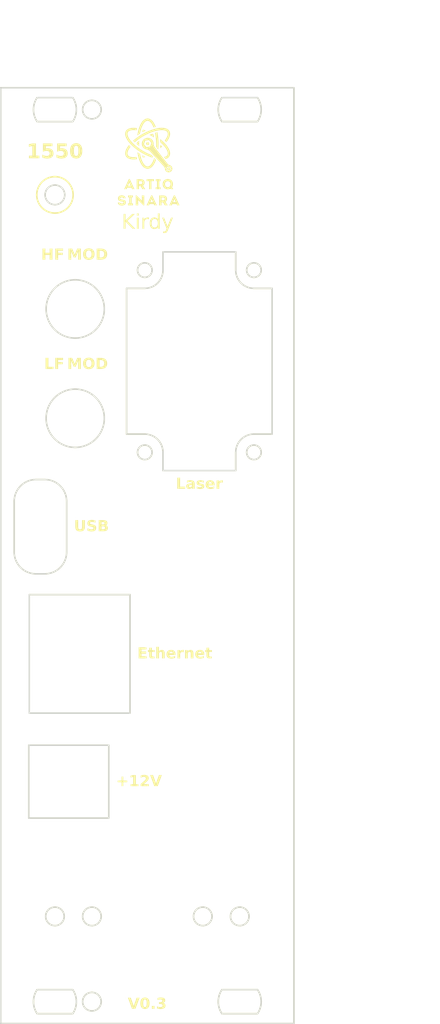
<source format=kicad_pcb>
(kicad_pcb (version 20221018) (generator pcbnew)
  (title_block (title "Kirdy Front Panel Text Markings") (date "2023-12-05") (rev "v0_3rc1") (company "M-Labs Limited") (comment 1 "Designed For FP-1550-RevA"))
  (layers (0 "F.Cu" jumper) (1 "In1.Cu" signal) (2 "In2.Cu" signal) (31 "B.Cu" signal) (34 "B.Paste" user) (35 "F.Paste" user) (36 "B.SilkS" user "B.Silkscreen") (37 "F.SilkS" user "F.Silkscreen") (38 "B.Mask" user) (39 "F.Mask" user) (44 "Edge.Cuts" user))
  (net 0 "")
  (gr_arc (start 130.3 53.636) (mid 129.567767 55.403767) (end 127.8 56.136) (stroke (width 0.2)) (layer "F.SilkS"))
  (gr_line (start 127.8 76.1364) (end 125.3 76.1364) (stroke (width 0.2)) (layer "F.SilkS"))
  (gr_arc (start 117.895405 152.360001) (mid 118.399989 154.009999) (end 117.895405 155.659999) (stroke (width 0.2)) (layer "F.SilkS"))
  (gr_line (start 143.2954 152.36) (end 138.4046 152.36) (stroke (width 0.2)) (layer "F.SilkS"))
  (gr_line (start 140.3 81.1364) (end 130.3 81.1364) (stroke (width 0.2)) (layer "F.SilkS"))
  (gr_arc (start 142.8 56.136) (mid 141.032263 55.40375) (end 140.3 53.636) (stroke (width 0.2)) (layer "F.SilkS"))
  (gr_arc (start 112.85 95.3106) (mid 110.728709 94.431904) (end 109.85 92.3106) (stroke (width 0.2)) (layer "F.SilkS"))
  (gr_poly (pts (xy 128.19888 36.073261) (xy 128.209324 36.07385) (xy 128.21964 36.074989) (xy 128.229813 36.076663) (xy 128.239828 36.078857) (xy 128.249672 36.081557) (xy 128.25933 36.084747) (xy 128.268786 36.088412) (xy 128.278028 36.092537) (xy 128.287039 36.097107) (xy 128.295806 36.102108) (xy 128.304314 36.107523) (xy 128.312548 36.113338) (xy 128.320495 36.119539) (xy 128.328139 36.126109) (xy 128.335466 36.133034) (xy 128.342461 36.140299) (xy 128.34911 36.147888) (xy 128.355399 36.155788) (xy 128.361313 36.163982) (xy 128.366837 36.172456) (xy 128.371956 36.181194) (xy 128.376657 36.190182) (xy 128.380925 36.199405) (xy 128.384745 36.208847) (xy 128.388103 36.218493) (xy 128.390985 36.228329) (xy 128.393374 36.23834) (xy 128.395259 36.248509) (xy 128.396622 36.258824) (xy 128.397451 36.269267) (xy 128.397731 36.279825) (xy 128.397467 36.290382) (xy 128.396685 36.300826) (xy 128.395396 36.311142) (xy 128.393611 36.321315) (xy 128.391344 36.331331) (xy 128.388606 36.341175) (xy 128.385408 36.350832) (xy 128.381763 36.360289) (xy 128.377683 36.36953) (xy 128.373179 36.378542) (xy 128.368264 36.387309) (xy 128.362949 36.395817) (xy 128.357247 36.404051) (xy 128.351169 36.411998) (xy 128.344728 36.419642) (xy 128.337934 36.426969) (xy 128.330801 36.433964) (xy 128.32334 36.440613) (xy 128.315563 36.446902) (xy 128.307482 36.452816) (xy 128.299109 36.45834) (xy 128.290456 36.463459) (xy 128.281535 36.468161) (xy 128.272357 36.472428) (xy 128.262935 36.476249) (xy 128.253281 36.479607) (xy 128.243406 36.482488) (xy 128.233323 36.484878) (xy 128.223043 36.486762) (xy 128.212579 36.488126) (xy 128.201941 36.488954) (xy 128.191143 36.489234) (xy 128.180586 36.488963) (xy 128.170142 36.488157) (xy 128.159826 36.486832) (xy 128.149653 36.484999) (xy 128.139638 36.482673) (xy 128.129794 36.479867) (xy 128.120136 36.476595) (xy 128.11068 36.472869) (xy 128.101439 36.468705) (xy 128.092427 36.464114) (xy 128.08366 36.459111) (xy 128.075152 36.453709) (xy 128.066918 36.447921) (xy 128.058971 36.441761) (xy 128.051327 36.435243) (xy 128.044 36.42838) (xy 128.037005 36.421185) (xy 128.030356 36.413672) (xy 128.024067 36.405854) (xy 128.018153 36.397746) (xy 128.012629 36.38936) (xy 128.00751 36.380709) (xy 128.002808 36.371808) (xy 127.99854 36.36267) (xy 127.99472 36.353308) (xy 127.991362 36.343736) (xy 127.988481 36.333968) (xy 127.986091 36.324016) (xy 127.984207 36.313895) (xy 127.982843 36.303617) (xy 127.982014 36.293196) (xy 127.981735 36.282647) (xy 127.981758 36.272089) (xy 127.982346 36.261645) (xy 127.983485 36.251329) (xy 127.985159 36.241156) (xy 127.987354 36.231141) (xy 127.990054 36.221297) (xy 127.993244 36.211639) (xy 127.996909 36.202183) (xy 128.001034 36.192942) (xy 128.005604 36.18393) (xy 128.010605 36.175163) (xy 128.01602 36.166655) (xy 128.021836 36.158421) (xy 128.028036 36.150474) (xy 128.034606 36.14283) (xy 128.041531 36.135503) (xy 128.048796 36.128508) (xy 128.056386 36.121859) (xy 128.064285 36.11557) (xy 128.072479 36.109656) (xy 128.080953 36.104132) (xy 128.089692 36.099013) (xy 128.09868 36.094312) (xy 128.107902 36.090044) (xy 128.117344 36.086223) (xy 128.126991 36.082865) (xy 128.136827 36.079984) (xy 128.146837 36.077594) (xy 128.157007 36.07571) (xy 128.167321 36.074347) (xy 128.177765 36.073518) (xy 128.188322 36.073238)) (fill solid) (layer "F.SilkS"))
  (gr_arc (start 113.004593 155.660004) (mid 112.500001 154.01) (end 113.004593 152.359998) (stroke (width 0.2)) (layer "F.SilkS"))
  (gr_arc (start 130.3 53.636) (mid 129.567763 55.403747) (end 127.8 56.136) (stroke (width 0.2)) (layer "F.SilkS"))
  (gr_line (start 111.85 118.8232) (end 111.85 128.8232) (stroke (width 0.2)) (layer "F.SilkS"))
  (gr_line (start 147.5 157.01) (end 148.3 157.01) (stroke (width 0.2)) (layer "F.SilkS"))
  (gr_circle (center 127.8 53.636) (end 128.8 53.636) (stroke (width 0.2)) (fill none) (layer "F.SilkS"))
  (gr_line (start 130.3 81.136) (end 130.3 78.636) (stroke (width 0.2)) (layer "F.SilkS"))
  (gr_arc (start 138.404593 33.260004) (mid 137.900001 31.61) (end 138.404593 29.959998) (stroke (width 0.2)) (layer "F.SilkS"))
  (gr_arc (start 143.295405 152.360001) (mid 143.799989 154.009999) (end 143.295405 155.659999) (stroke (width 0.2)) (layer "F.SilkS"))
  (gr_line (start 130.3 78.6364) (end 130.3 81.1364) (stroke (width 0.2)) (layer "F.SilkS"))
  (gr_line (start 140.3 51.136) (end 130.3 51.136) (stroke (width 0.2)) (layer "F.SilkS"))
  (gr_line (start 117.06 85.3706) (end 117.06 92.3106) (stroke (width 0.2)) (layer "F.SilkS"))
  (gr_line (start 140.3 51.136) (end 130.3 51.136) (stroke (width 0.2)) (layer "F.SilkS"))
  (gr_circle (center 120.53 142.31) (end 121.805 142.31) (stroke (width 0.2)) (fill none) (layer "F.SilkS"))
  (gr_circle (center 127.8 78.6364) (end 128.8 78.6364) (stroke (width 0.2)) (fill none) (layer "F.SilkS"))
  (gr_line (start 117.8954 29.96) (end 113.0046 29.96) (stroke (width 0.2)) (layer "F.SilkS"))
  (gr_circle (center 142.8 78.636) (end 143.8 78.636) (stroke (width 0.2)) (fill none) (layer "F.SilkS"))
  (gr_line (start 113.004595 152.360001) (end 117.895395 152.360001) (stroke (width 0.2)) (layer "F.SilkS"))
  (gr_circle (center 127.8 78.636) (end 128.8 78.636) (stroke (width 0.2)) (fill none) (layer "F.SilkS"))
  (gr_poly (pts (xy 126.256794 34.103983) (xy 126.28988 34.104742) (xy 126.323825 34.105971) (xy 126.358662 34.107639) (xy 126.431149 34.112177) (xy 126.507605 34.118117) (xy 126.54791 34.122394) (xy 126.588533 34.126936) (xy 126.629684 34.132007) (xy 126.671576 34.137872) (xy 126.736769 34.146339) (xy 126.648999 34.460452) (xy 126.578161 34.454807) (xy 126.529089 34.450574) (xy 126.481924 34.446341) (xy 126.43959 34.442072) (xy 126.397256 34.437592) (xy 126.318033 34.432703) (xy 126.279451 34.431362) (xy 126.241523 34.430761) (xy 126.204222 34.430907) (xy 126.167525 34.431802) (xy 126.131407 34.433453) (xy 126.095843 34.435863) (xy 126.060808 34.439037) (xy 126.026278 34.44298) (xy 125.992227 34.447696) (xy 125.958631 34.453189) (xy 125.925464 34.459464) (xy 125.892703 34.466527) (xy 125.860322 34.47438) (xy 125.828297 34.48303) (xy 125.805266 34.489645) (xy 125.782745 34.496792) (xy 125.760739 34.504476) (xy 125.739256 34.512698) (xy 125.718301 34.521463) (xy 125.697883 34.530774) (xy 125.678007 34.540633) (xy 125.65868 34.551045) (xy 125.622034 34.572787) (xy 125.588511 34.596605) (xy 125.558122 34.622459) (xy 125.530874 34.650308) (xy 125.506776 34.680112) (xy 125.485837 34.711829) (xy 125.468065 34.74542) (xy 125.45347 34.780845) (xy 125.44206 34.818062) (xy 125.433843 34.85703) (xy 125.428829 34.897711) (xy 125.427025 34.940062) (xy 125.428441 34.984044) (xy 125.433086 35.029616) (xy 125.440967 35.076737) (xy 125.452095 35.125368) (xy 125.463381 35.167158) (xy 125.476092 35.208763) (xy 125.490256 35.25026) (xy 125.505903 35.291729) (xy 125.523061 35.333247) (xy 125.541759 35.374893) (xy 125.562027 35.416746) (xy 125.583893 35.458884) (xy 125.607386 35.501385) (xy 125.632536 35.54433) (xy 125.65937 35.587795) (xy 125.687919 35.631859) (xy 125.71821 35.676602) (xy 125.750273 35.722101) (xy 125.819832 35.815683) (xy 125.880829 35.893134) (xy 125.94397 35.969547) (xy 126.009343 36.045009) (xy 126.077033 36.119605) (xy 126.147127 36.193423) (xy 126.219712 36.266548) (xy 126.294876 36.339067) (xy 126.372704 36.411066) (xy 126.453284 36.482632) (xy 126.536703 36.553851) (xy 126.623047 36.62481) (xy 126.712403 36.695594) (xy 126.900498 36.836987) (xy 127.101684 36.978721) (xy 127.294935 37.106964) (xy 127.490401 37.228589) (xy 127.687918 37.343593) (xy 127.88732 37.451972) (xy 128.088441 37.553724) (xy 128.291117 37.648844) (xy 128.495182 37.73733) (xy 128.700471 37.819179) (xy 128.892949 38.022942) (xy 128.839042 38.212596) (xy 128.78856 38.195521) (xy 128.763914 38.186958) (xy 128.739982 38.178447) (xy 128.627623 38.137525) (xy 128.572938 38.117328) (xy 128.519285 38.096602) (xy 128.323654 38.015943) (xy 128.132529 37.932052) (xy 127.945842 37.844882) (xy 127.76352 37.754391) (xy 127.585495 37.660532) (xy 127.411696 37.563262) (xy 127.242053 37.462536) (xy 127.076495 37.35831) (xy 126.914952 37.250537) (xy 126.757353 37.139175) (xy 126.603629 37.024178) (xy 126.45371 36.905502) (xy 126.307524 36.783101) (xy 126.165002 36.656932) (xy 126.026073 36.52695) (xy 125.890667 36.39311) (xy 125.830971 36.331886) (xy 125.773869 36.271249) (xy 125.719304 36.211125) (xy 125.667218 36.151439) (xy 125.617552 36.092117) (xy 125.57025 36.033084) (xy 125.525253 35.974267) (xy 125.482503 35.91559) (xy 125.441943 35.856979) (xy 125.403514 35.798359) (xy 125.367159 35.739657) (xy 125.33282 35.680798) (xy 125.300438 35.621708) (xy 125.269957 35.562311) (xy 125.241317 35.502535) (xy 125.214462 35.442303) (xy 125.194697 35.394483) (xy 125.176781 35.34762) (xy 125.160711 35.301673) (xy 125.146482 35.256601) (xy 125.134093 35.212363) (xy 125.123539 35.168916) (xy 125.114817 35.12622) (xy 125.107924 35.084234) (xy 125.102857 35.042915) (xy 125.099612 35.002224) (xy 125.098186 34.962118) (xy 125.098576 34.922556) (xy 125.100778 34.883496) (xy 125.104789 34.844898) (xy 125.110606 34.80672) (xy 125.118225 34.768921) (xy 125.131396 34.715384) (xy 125.147631 34.664095) (xy 125.166937 34.615045) (xy 125.189323 34.568226) (xy 125.214796 34.523629) (xy 125.243365 34.481246) (xy 125.275036 34.44107) (xy 125.309819 34.403091) (xy 125.34772 34.367301) (xy 125.388748 34.333693) (xy 125.43291 34.302257) (xy 125.480215 34.272987) (xy 125.53067 34.245872) (xy 125.584284 34.220906) (xy 125.641063 34.198079) (xy 125.701016 34.177384) (xy 125.760112 34.160444) (xy 125.820677 34.145633) (xy 125.882883 34.132993) (xy 125.946901 34.122562) (xy 126.012903 34.11438) (xy 126.081062 34.108486) (xy 126.151549 34.104921) (xy 126.224536 34.103724)) (fill solid) (layer "F.SilkS"))
  (gr_line (start 111.93 114.4206) (end 125.77 114.4206) (stroke (width 0.2)) (layer "F.SilkS"))
  (gr_line (start 130.3 81.136) (end 130.3 78.636) (stroke (width 0.2)) (layer "F.SilkS"))
  (gr_arc (start 127.8 76.1364) (mid 129.567797 76.868616) (end 130.3 78.6364) (stroke (width 0.2)) (layer "F.SilkS"))
  (gr_poly (pts (xy 130.41497 43.385972) (xy 130.455864 43.390339) (xy 130.495306 43.39744) (xy 130.533215 43.407217) (xy 130.569507 43.419613) (xy 130.604098 43.434567) (xy 130.636905 43.452023) (xy 130.667843 43.471921) (xy 130.696831 43.494204) (xy 130.723784 43.518813) (xy 130.748618 43.545691) (xy 130.77125 43.574778) (xy 130.791598 43.606016) (xy 130.809576 43.639348) (xy 130.825102 43.674714) (xy 130.838092 43.712057) (xy 130.848404 43.75128) (xy 130.85557 43.790718) (xy 130.85965 43.830183) (xy 130.860705 43.869488) (xy 130.858798 43.908444) (xy 130.853988 43.946862) (xy 130.846337 43.984556) (xy 130.835906 44.021337) (xy 130.822757 44.057016) (xy 130.80695 44.091405) (xy 130.788547 44.124317) (xy 130.767609 44.155564) (xy 130.744198 44.184957) (xy 130.718373 44.212307) (xy 130.690198 44.237428) (xy 130.659732 44.260131) (xy 130.648159 44.268035) (xy 130.926995 44.719872) (xy 130.926995 44.752892) (xy 130.551074 44.752892) (xy 130.311187 44.341412) (xy 130.102059 44.341412) (xy 130.102059 44.752892) (xy 129.774398 44.752892) (xy 129.774398 44.053545) (xy 130.102059 44.053545) (xy 130.372711 44.053545) (xy 130.38259 44.053267) (xy 130.392173 44.052445) (xy 130.401457 44.051095) (xy 130.410443 44.049237) (xy 130.419128 44.046887) (xy 130.427513 44.044063) (xy 130.435596 44.040784) (xy 130.443375 44.037066) (xy 130.450851 44.032928) (xy 130.458023 44.028388) (xy 130.464888 44.023462) (xy 130.471447 44.018169) (xy 130.477697 44.012527) (xy 130.483639 44.006552) (xy 130.489272 44.000264) (xy 130.494593 43.993679) (xy 130.499603 43.986816) (xy 130.5043 43.979692) (xy 130.508684 43.972324) (xy 130.512753 43.964731) (xy 130.516506 43.95693) (xy 130.519942 43.94894) (xy 130.523061 43.940777) (xy 130.525862 43.932459) (xy 130.528343 43.924005) (xy 130.530503 43.915431) (xy 130.532342 43.906756) (xy 130.533858 43.897998) (xy 130.535051 43.889173) (xy 130.535919 43.8803) (xy 130.536679 43.862481) (xy 130.536127 43.84559) (xy 130.534356 43.828672) (xy 130.53135 43.81188) (xy 130.527093 43.795365) (xy 130.521569 43.779281) (xy 130.514763 43.763779) (xy 130.510874 43.756293) (xy 130.506659 43.749011) (xy 130.502115 43.741949) (xy 130.49724 43.735129) (xy 130.492034 43.728568) (xy 130.486493 43.722285) (xy 130.480615 43.716301) (xy 130.474399 43.710633) (xy 130.467844 43.705301) (xy 130.460945 43.700323) (xy 130.453703 43.695719) (xy 130.446115 43.691508) (xy 130.438178 43.687709) (xy 130.429892 43.68434) (xy 130.421253 43.681421) (xy 130.41226 43.678971) (xy 130.402912 43.677009) (xy 130.393205 43.675553) (xy 130.383139 43.674624) (xy 130.372711 43.674239) (xy 130.353483 43.673868) (xy 130.332986 43.673604) (xy 130.311115 43.673445) (xy 130.287762 43.673392) (xy 130.2014 43.673673) (xy 130.158891 43.674063) (xy 130.117016 43.674239) (xy 130.102059 43.674239) (xy 130.102059 44.053545) (xy 129.774398 44.053545) (xy 129.774398 43.384397) (xy 130.372711 43.384397)) (fill solid) (layer "F.SilkS"))
  (gr_circle (center 140.85 142.31) (end 142.125 142.31) (stroke (width 0.2)) (fill none) (layer "F.SilkS"))
  (gr_arc (start 109.85 85.3706) (mid 110.728675 83.24926) (end 112.85 82.3706) (stroke (width 0.2)) (layer "F.SilkS"))
  (gr_line (start 130.3 78.6364) (end 130.3 81.1364) (stroke (width 0.2)) (layer "F.SilkS"))
  (gr_line (start 130.3 51.136) (end 140.3 51.136) (stroke (width 0.2)) (layer "F.SilkS"))
  (gr_line (start 145.3 56.136) (end 142.8 56.136) (stroke (width 0.2)) (layer "F.SilkS"))
  (gr_line (start 125.3 56.1364) (end 127.8 56.1364) (stroke (width 0.2)) (layer "F.SilkS"))
  (gr_line (start 138.404595 29.960001) (end 143.295395 29.960001) (stroke (width 0.2)) (layer "F.SilkS"))
  (gr_arc (start 138.404598 33.260003) (mid 137.900006 31.609999) (end 138.404598 29.959997) (stroke (width 0.2)) (layer "F.SilkS"))
  (gr_line (start 122.85 128.8232) (end 111.85 128.8232) (stroke (width 0.2)) (layer "F.SilkS"))
  (gr_line (start 113.0046 155.66) (end 117.8954 155.66) (stroke (width 0.2)) (layer "F.SilkS"))
  (gr_line (start 130.3 51.136) (end 130.3 53.636) (stroke (width 0.2)) (layer "F.SilkS"))
  (gr_arc (start 117.895405 152.360001) (mid 118.399989 154.009999) (end 117.895405 155.659999) (stroke (width 0.2)) (layer "F.SilkS"))
  (gr_arc (start 117.06 92.3106) (mid 116.181316 94.431901) (end 114.06 95.3106) (stroke (width 0.2)) (layer "F.SilkS"))
  (gr_circle (center 127.8 78.636) (end 128.8 78.636) (stroke (width 0.2)) (fill none) (layer "F.SilkS"))
  (gr_line (start 138.404595 33.260001) (end 143.295395 33.260001) (stroke (width 0.2)) (layer "F.SilkS"))
  (gr_arc (start 142.8 56.136) (mid 141.032233 55.403767) (end 140.3 53.636) (stroke (width 0.2)) (layer "F.SilkS"))
  (gr_line (start 145.3 76.136) (end 145.3 56.136) (stroke (width 0.2)) (layer "F.SilkS"))
  (gr_line (start 140.3 51.136) (end 130.3 51.136) (stroke (width 0.2)) (layer "F.SilkS"))
  (gr_poly (pts (xy 125.947399 38.107228) (xy 125.921811 38.102343) (xy 125.896643 38.096997)) (fill solid) (layer "F.SilkS"))
  (gr_line (start 130.3 81.1364) (end 140.3 81.1364) (stroke (width 0.2)) (layer "F.SilkS"))
  (gr_line (start 113.0046 29.96) (end 117.8954 29.96) (stroke (width 0.2)) (layer "F.SilkS"))
  (gr_line (start 143.2954 152.36) (end 138.4046 152.36) (stroke (width 0.2)) (layer "F.SilkS"))
  (gr_poly (pts (xy 132.564785 44.718906) (xy 132.564785 44.752773) (xy 132.239663 44.752773) (xy 132.157821 44.576949) (xy 131.587448 44.576949) (xy 131.505606 44.752773) (xy 131.180483 44.752773) (xy 131.180483 44.718906) (xy 131.373115 44.301218) (xy 131.690179 44.301218) (xy 132.055093 44.301218) (xy 131.870519 43.881553) (xy 131.690179 44.301218) (xy 131.373115 44.301218) (xy 131.804196 43.366497) (xy 131.938815 43.366497)) (fill solid) (layer "F.SilkS"))
  (gr_line (start 125.3 76.1364) (end 127.8 76.1364) (stroke (width 0.2)) (layer "F.SilkS"))
  (gr_line (start 114.06 95.3106) (end 112.85 95.3106) (stroke (width 0.2)) (layer "F.SilkS"))
  (gr_line (start 113.0046 33.26) (end 117.8954 33.26) (stroke (width 0.2)) (layer "F.SilkS"))
  (gr_circle (center 120.53 154.01) (end 121.805 154.01) (stroke (width 0.2)) (fill none) (layer "F.SilkS"))
  (gr_line (start 130.3 51.136) (end 130.3 53.636) (stroke (width 0.2)) (layer "F.SilkS"))
  (gr_circle (center 142.8 78.6364) (end 143.8 78.6364) (stroke (width 0.2)) (fill none) (layer "F.SilkS"))
  (gr_line (start 108 142.81) (end 108 42.81) (stroke (width 0.2)) (layer "F.SilkS"))
  (gr_line (start 111.85 128.8232) (end 111.85 118.8232) (stroke (width 0.2)) (layer "F.SilkS"))
  (gr_line (start 140.3 81.136) (end 140.3 78.636) (stroke (width 0.2)) (layer "F.SilkS"))
  (gr_arc (start 138.404598 33.260003) (mid 137.900006 31.609999) (end 138.404598 29.959997) (stroke (width 0.2)) (layer "F.SilkS"))
  (gr_line (start 108 157.01) (end 148.3 157.01) (stroke (width 0.2)) (layer "F.SilkS"))
  (gr_poly (pts (xy 129.550779 34.782637) (xy 129.563481 34.856508) (xy 129.577816 34.942137) (xy 129.591385 35.025913) (xy 129.617384 35.193199) (xy 129.643314 35.395843) (xy 129.663902 35.600441) (xy 129.679073 35.806833) (xy 129.688751 36.014854) (xy 129.692859 36.224344) (xy 129.691322 36.435141) (xy 129.684063 36.647081) (xy 129.671006 36.860004) (xy 129.666728 36.918834) (xy 129.662186 36.97695) (xy 129.657115 37.034589) (xy 129.651249 37.09199) (xy 129.356892 36.712684) (xy 129.362327 36.612581) (xy 129.365976 36.513731) (xy 129.367906 36.416065) (xy 129.368181 36.319513) (xy 129.366869 36.224007) (xy 129.364036 36.129476) (xy 129.359747 36.035852) (xy 129.354069 35.943064) (xy 129.346032 35.84748) (xy 129.336867 35.751744) (xy 129.315934 35.560371) (xy 129.26912 35.18191) (xy 129.22679 34.848042) (xy 129.224716 34.837414) (xy 129.223763 34.832018) (xy 129.222908 34.826522) (xy 129.222186 34.820895) (xy 129.221629 34.815101) (xy 129.221271 34.80911) (xy 129.221176 34.806029) (xy 129.221144 34.802887) (xy 129.218321 34.785671) (xy 129.538078 34.706649)) (fill solid) (layer "F.SilkS"))
  (gr_line (start 108 42.81) (end 108 28.61) (stroke (width 0.2)) (layer "F.SilkS"))
  (gr_line (start 142.8 76.136) (end 145.3 76.136) (stroke (width 0.2)) (layer "F.SilkS"))
  (gr_circle (center 115.45 43.31) (end 116.8 43.31) (stroke (width 0.2)) (fill none) (layer "F.SilkS"))
  (gr_line (start 138.4046 155.66) (end 143.2954 155.66) (stroke (width 0.2)) (layer "F.SilkS"))
  (gr_line (start 117.8954 155.66) (end 113.0046 155.66) (stroke (width 0.2)) (layer "F.SilkS"))
  (gr_poly (pts (xy 129.443011 44.718906) (xy 129.443011 44.752773) (xy 129.117892 44.752773) (xy 129.036047 44.576949) (xy 128.465676 44.576949) (xy 128.383831 44.752773) (xy 128.058712 44.752773) (xy 128.058712 44.718906) (xy 128.251343 44.301218) (xy 128.568405 44.301218) (xy 128.933319 44.301218) (xy 128.748745 43.881553) (xy 128.568405 44.301218) (xy 128.251343 44.301218) (xy 128.682421 43.366497) (xy 128.817044 43.366497)) (fill solid) (layer "F.SilkS"))
  (gr_circle (center 115.45 142.31) (end 116.725 142.31) (stroke (width 0.2)) (fill none) (layer "F.SilkS"))
  (gr_circle (center 135.77 142.31) (end 137.045 142.31) (stroke (width 0.2)) (fill none) (layer "F.SilkS"))
  (gr_circle (center 127.8 53.636) (end 128.8 53.636) (stroke (width 0.2)) (fill none) (layer "F.SilkS"))
  (gr_arc (start 138.404598 155.660003) (mid 137.900006 154.009999) (end 138.404598 152.359997) (stroke (width 0.2)) (layer "F.SilkS"))
  (gr_poly (pts (xy 129.96123 41.423713) (xy 129.794436 41.423713) (xy 129.794436 42.255422) (xy 129.975341 42.255422) (xy 129.975341 42.530024) (xy 129.296316 42.530024) (xy 129.296316 42.255422) (xy 129.477499 42.255422) (xy 129.477499 41.423713) (xy 129.310424 41.423713) (xy 129.310424 41.149111) (xy 129.96123 41.149111)) (fill solid) (layer "F.SilkS"))
  (gr_line (start 140.3 81.1364) (end 140.3 78.6364) (stroke (width 0.2)) (layer "F.SilkS"))
  (gr_line (start 117.06 85.3706) (end 117.06 92.3106) (stroke (width 0.2)) (layer "F.SilkS"))
  (gr_line (start 108 28.61) (end 108 157.01) (stroke (width 0.2)) (layer "F.SilkS"))
  (gr_poly (pts (xy 128.249261 35.474565) (xy 128.293073 35.478042) (xy 128.33662 35.483834) (xy 128.379803 35.491934) (xy 128.422523 35.50234) (xy 128.464681 35.515046) (xy 128.506178 35.53005) (xy 128.546914 35.547346) (xy 128.58679 35.566931) (xy 128.625707 35.588801) (xy 128.663565 35.612951) (xy 128.700267 35.639377) (xy 128.735711 35.668075) (xy 128.7698 35.699042) (xy 128.802433 35.732272) (xy 128.833513 35.767762) (xy 128.861048 35.803262) (xy 128.886401 35.839754) (xy 128.909571 35.877158) (xy 128.930556 35.915395) (xy 128.949357 35.954384) (xy 128.965973 35.994045) (xy 128.980403 36.034299) (xy 128.992648 36.075066) (xy 129.002707 36.116267) (xy 129.01058 36.157821) (xy 129.016266 36.199649) (xy 129.019764 36.24167) (xy 129.021074 36.283806) (xy 129.020197 36.325976) (xy 129.017131 36.3681) (xy 129.011876 36.4101) (xy 129.015285 36.430902) (xy 129.020366 36.454084) (xy 129.027335 36.479704) (xy 129.036407 36.507819) (xy 129.047799 36.538487) (xy 129.061728 36.571767) (xy 129.078409 36.607715) (xy 129.098059 36.64639) (xy 129.120894 36.68785) (xy 129.14713 36.732153) (xy 129.176983 36.779356) (xy 129.21067 36.829517) (xy 129.248407 36.882695) (xy 129.29041 36.938947) (xy 129.336895 36.998331) (xy 129.388078 37.060904) (xy 130.910383 39.013318) (xy 130.925864 39.029806) (xy 130.9484 39.052569) (xy 130.962021 39.065692) (xy 130.977054 39.07965) (xy 130.993383 39.0942) (xy 131.01089 39.109096) (xy 131.029459 39.124096) (xy 131.048973 39.138953) (xy 131.069314 39.153424) (xy 131.090366 39.167265) (xy 131.112012 39.180231) (xy 131.123021 39.186309) (xy 131.134134 39.192077) (xy 131.145338 39.197505) (xy 131.156616 39.202561) (xy 131.167955 39.207215) (xy 131.179341 39.211436) (xy 131.19996 39.216071) (xy 131.220418 39.221514) (xy 131.240685 39.227772) (xy 131.260731 39.234852) (xy 131.280528 39.242763) (xy 131.300046 39.251511) (xy 131.319255 39.261105) (xy 131.338126 39.271551) (xy 131.356631 39.282856) (xy 131.374739 39.295029) (xy 131.392421 39.308077) (xy 131.409648 39.322007) (xy 131.426391 39.336826) (xy 131.442619 39.352543) (xy 131.458305 39.369164) (xy 131.473417 39.386697) (xy 131.489783 39.407422) (xy 131.504909 39.428715) (xy 131.518802 39.45053) (xy 131.531464 39.472822) (xy 131.542902 39.495546) (xy 131.553119 39.518654) (xy 131.562121 39.542103) (xy 131.569912 39.565847) (xy 131.576496 39.589839) (xy 131.581879 39.614034) (xy 131.586065 39.638387) (xy 131.589058 39.662853) (xy 131.590864 39.687385) (xy 131.591486 39.711938) (xy 131.59093 39.736466) (xy 131.5892 39.760924) (xy 131.586301 39.785266) (xy 131.582238 39.809447) (xy 131.577015 39.833421) (xy 131.570636 39.857143) (xy 131.563107 39.880567) (xy 131.554432 39.903646) (xy 131.544616 39.926337) (xy 131.533664 39.948593) (xy 131.521579 39.970368) (xy 131.508367 39.991618) (xy 131.494033 40.012296) (xy 131.47858 40.032357) (xy 131.462014 40.051755) (xy 131.44434 40.070445) (xy 131.425561 40.088381) (xy 131.405684 40.105517) (xy 131.387413 40.119921) (xy 131.368713 40.133392) (xy 131.349616 40.145931) (xy 131.330155 40.157539) (xy 131.310363 40.168215) (xy 131.290273 40.177961) (xy 131.269919 40.186777) (xy 131.249334 40.194664) (xy 131.22855 40.20162) (xy 131.207601 40.207648) (xy 131.186519 40.212748) (xy 131.165338 40.216919) (xy 131.144091 40.220163) (xy 131.122811 40.222479) (xy 131.101531 40.223868) (xy 131.080284 40.224331) (xy 131.052707 40.223604) (xy 131.025261 40.221426) (xy 130.998002 40.2178) (xy 130.970988 40.21273) (xy 130.944277 40.206219) (xy 130.917926 40.198272) (xy 130.891993 40.188892) (xy 130.866534 40.178083) (xy 130.841609 40.165848) (xy 130.817273 40.152192) (xy 130.793584 40.137118) (xy 130.7706 40.120629) (xy 130.748379 40.10273) (xy 130.726977 40.083424) (xy 130.706453 40.062715) (xy 130.686863 40.040606) (xy 130.67398 40.024484) (xy 130.661889 40.00799) (xy 130.65058 39.991148) (xy 130.640046 39.973984) (xy 130.630277 39.956522) (xy 130.621265 39.938787) (xy 130.613002 39.920805) (xy 130.605478 39.902599) (xy 130.598685 39.884195) (xy 130.592614 39.865617) (xy 130.587257 39.846891) (xy 130.582604 39.82804) (xy 130.578648 39.80909) (xy 130.575379 39.790066) (xy 130.573645 39.777292) (xy 130.760527 39.777292) (xy 130.972755 40.031857) (xy 131.300981 39.975413) (xy 131.414152 39.664122) (xy 131.201921 39.409558) (xy 130.873695 39.466002) (xy 130.760527 39.777292) (xy 130.573645 39.777292) (xy 130.572789 39.770992) (xy 130.570869 39.751893) (xy 130.570869 39.726492) (xy 130.567665 39.703831) (xy 130.562446 39.680631) (xy 130.555452 39.657074) (xy 130.546925 39.633341) (xy 130.537104 39.609615) (xy 130.526231 39.586078) (xy 130.514546 39.562911) (xy 130.50229 39.540296) (xy 130.489703 39.518416) (xy 130.477026 39.497451) (xy 130.452364 39.458999) (xy 130.412544 39.401091) (xy 128.745738 37.595715) (xy 128.693294 37.533711) (xy 128.643152 37.476978) (xy 128.595287 37.425283) (xy 128.549674 37.378395) (xy 128.506287 37.336081) (xy 128.465099 37.298108) (xy 128.426087 37.264245) (xy 128.389223 37.234259) (xy 128.354482 37.207917) (xy 128.321839 37.184988) (xy 128.291268 37.165239) (xy 128.262743 37.148437) (xy 128.236239 37.134351) (xy 128.21173 37.122747) (xy 128.189191 37.113394) (xy 128.168596 37.10606) (xy 128.127263 37.102915) (xy 128.086087 37.097718) (xy 128.04516 37.090471) (xy 128.004571 37.08118) (xy 127.964413 37.069848) (xy 127.924775 37.05648) (xy 127.885749 37.04108) (xy 127.847426 37.023651) (xy 127.809897 37.004198) (xy 127.773253 36.982725) (xy 127.737584 36.959237) (xy 127.702981 36.933737) (xy 127.669537 36.906229) (xy 127.63734 36.876718) (xy 127.606483 36.845207) (xy 127.577057 36.811702) (xy 127.550976 36.778858) (xy 127.526863 36.745091) (xy 127.50471 36.710475) (xy 127.484512 36.675083) (xy 127.466261 36.638989) (xy 127.44995 36.602264) (xy 127.435573 36.564982) (xy 127.423122 36.527217) (xy 127.412592 36.489042) (xy 127.403974 36.450528) (xy 127.397263 36.411751) (xy 127.392451 36.372783) (xy 127.391844 36.364662) (xy 127.684584 36.364662) (xy 128.015631 36.763724) (xy 128.015632 36.763724) (xy 128.527865 36.675953) (xy 128.70905 36.189402) (xy 128.378004 35.790339) (xy 127.865771 35.87811) (xy 127.684584 36.364662) (xy 127.391844 36.364662) (xy 127.389532 36.333696) (xy 127.388498 36.294565) (xy 127.389343 36.255462) (xy 127.392061 36.21646) (xy 127.396644 36.177632) (xy 127.403085 36.139053) (xy 127.411378 36.100794) (xy 127.421516 36.062928) (xy 127.433492 36.02553) (xy 127.447299 35.988672) (xy 127.46293 35.952427) (xy 127.480379 35.916868) (xy 127.499639 35.882069) (xy 127.520702 35.848102) (xy 127.543563 35.815041) (xy 127.568214 35.782958) (xy 127.594648 35.751928) (xy 127.622859 35.722023) (xy 127.65284 35.693315) (xy 127.684584 35.66588) (xy 127.713618 35.642278) (xy 127.743328 35.620255) (xy 127.77367 35.599804) (xy 127.804599 35.580918) (xy 127.83607 35.563587) (xy 127.868039 35.547805) (xy 127.900462 35.533563) (xy 127.933292 35.520853) (xy 127.966487 35.509668) (xy 128 35.5) (xy 128.033788 35.491841) (xy 128.067806 35.485183) (xy 128.10201 35.480018) (xy 128.136353 35.476339) (xy 128.170793 35.474137) (xy 128.205284 35.473404)) (fill solid) (layer "F.SilkS"))
  (gr_arc (start 127.8 76.136) (mid 129.567767 76.868233) (end 130.3 78.636) (stroke (width 0.2)) (layer "F.SilkS"))
  (gr_circle (center 115.45 142.31) (end 116.725 142.31) (stroke (width 0.2)) (fill none) (layer "F.SilkS"))
  (gr_line (start 138.4046 152.36) (end 143.2954 152.36) (stroke (width 0.2)) (layer "F.SilkS"))
  (gr_line (start 142.8 56.1364) (end 145.3 56.1364) (stroke (width 0.2)) (layer "F.SilkS"))
  (gr_line (start 111.93 98.1606) (end 111.93 114.4206) (stroke (width 0.2)) (layer "F.SilkS"))
  (gr_line (start 140.3 51.136) (end 140.3 53.636) (stroke (width 0.2)) (layer "F.SilkS"))
  (gr_arc (start 130.3 53.636) (mid 129.567767 55.403767) (end 127.8 56.136) (stroke (width 0.2)) (layer "F.SilkS"))
  (gr_line (start 125.3 56.1364) (end 127.8 56.1364) (stroke (width 0.2)) (layer "F.SilkS"))
  (gr_arc (start 130.3 53.636) (mid 129.567763 55.403747) (end 127.8 56.136) (stroke (width 0.2)) (layer "F.SilkS"))
  (gr_arc (start 127.8 76.136) (mid 129.567767 76.868233) (end 130.3 78.636) (stroke (width 0.2)) (layer "F.SilkS"))
  (gr_line (start 130.3 81.136) (end 140.3 81.136) (stroke (width 0.2)) (layer "F.SilkS"))
  (gr_line (start 145.3 56.1364) (end 142.8 56.1364) (stroke (width 0.2)) (layer "F.SilkS"))
  (gr_line (start 111.85 118.8232) (end 122.85 118.8232) (stroke (width 0.2)) (layer "F.SilkS"))
  (gr_circle (center 120.53 31.61) (end 121.805 31.61) (stroke (width 0.2)) (fill none) (layer "F.SilkS"))
  (gr_arc (start 143.295405 152.360001) (mid 143.799989 154.009999) (end 143.295405 155.659999) (stroke (width 0.2)) (layer "F.SilkS"))
  (gr_line (start 140.3 51.136) (end 130.3 51.136) (stroke (width 0.2)) (layer "F.SilkS"))
  (gr_line (start 125.3 76.1364) (end 125.3 56.1364) (stroke (width 0.2)) (layer "F.SilkS"))
  (gr_line (start 125.77 114.4206) (end 111.93 114.4206) (stroke (width 0.2)) (layer "F.SilkS"))
  (gr_arc (start 127.8 76.1364) (mid 129.567797 76.868616) (end 130.3 78.6364) (stroke (width 0.2)) (layer "F.SilkS"))
  (gr_line (start 125.77 98.1606) (end 125.77 114.4206) (stroke (width 0.2)) (layer "F.SilkS"))
  (gr_line (start 125.3 56.1364) (end 125.3 76.1364) (stroke (width 0.2)) (layer "F.SilkS"))
  (gr_circle (center 142.8 53.636) (end 143.8 53.636) (stroke (width 0.2)) (fill none) (layer "F.SilkS"))
  (gr_arc (start 138.404598 33.260003) (mid 137.900006 31.609999) (end 138.404598 29.959997) (stroke (width 0.2)) (layer "F.SilkS"))
  (gr_circle (center 120.53 154.01) (end 121.805 154.01) (stroke (width 0.2)) (fill none) (layer "F.SilkS"))
  (gr_line (start 145.3 56.136) (end 142.8 56.136) (stroke (width 0.2)) (layer "F.SilkS"))
  (gr_circle (center 120.53 142.31) (end 121.805 142.31) (stroke (width 0.2)) (fill none) (layer "F.SilkS"))
  (gr_line (start 130.3 81.136) (end 140.3 81.136) (stroke (width 0.2)) (layer "F.SilkS"))
  (gr_line (start 140.3 53.636) (end 140.3 51.136) (stroke (width 0.2)) (layer "F.SilkS"))
  (gr_circle (center 115.45 43.31) (end 116.8 43.31) (stroke (width 0.2)) (fill none) (layer "F.SilkS"))
  (gr_circle (center 127.8 53.636) (end 128.8 53.636) (stroke (width 0.2)) (fill none) (layer "F.SilkS"))
  (gr_poly (pts (xy 131.099277 39.514386) (xy 131.109721 39.515215) (xy 131.120036 39.516579) (xy 131.130209 39.518463) (xy 131.140225 39.520853) (xy 131.150069 39.523734) (xy 131.159726 39.527092) (xy 131.169183 39.530912) (xy 131.178424 39.53518) (xy 131.187436 39.539881) (xy 131.196203 39.545001) (xy 131.204711 39.550525) (xy 131.212945 39.556439) (xy 131.220892 39.562727) (xy 131.228535 39.569377) (xy 131.235862 39.576372) (xy 131.242858 39.583699) (xy 131.249507 39.591343) (xy 131.255796 39.59929) (xy 131.261709 39.607524) (xy 131.267233 39.616032) (xy 131.272353 39.624799) (xy 131.277054 39.633811) (xy 131.281322 39.643052) (xy 131.285142 39.652509) (xy 131.2885 39.662166) (xy 131.291381 39.67201) (xy 131.293771 39.682026) (xy 131.295655 39.692199) (xy 131.297019 39.702515) (xy 131.297848 39.712959) (xy 131.298127 39.723517) (xy 131.297864 39.734074) (xy 131.297082 39.744518) (xy 131.295792 39.754834) (xy 131.294008 39.765007) (xy 131.291741 39.775023) (xy 131.289003 39.784867) (xy 131.285805 39.794524) (xy 131.28216 39.803981) (xy 131.27808 39.813222) (xy 131.273576 39.822233) (xy 131.268661 39.831) (xy 131.263347 39.839508) (xy 131.257645 39.847743) (xy 131.251567 39.855689) (xy 131.245126 39.863333) (xy 131.238332 39.87066) (xy 131.231199 39.877656) (xy 131.223738 39.884305) (xy 131.215962 39.890594) (xy 131.207881 39.896507) (xy 131.199508 39.902031) (xy 131.190855 39.907151) (xy 131.181933 39.911852) (xy 131.172756 39.91612) (xy 131.163334 39.91994) (xy 131.15368 39.923298) (xy 131.143805 39.926179) (xy 131.133721 39.928569) (xy 131.123442 39.930453) (xy 131.112977 39.931817) (xy 131.10234 39.932646) (xy 131.091542 39.932925) (xy 131.080736 39.932654) (xy 131.070075 39.931848) (xy 131.059572 39.93052) (xy 131.049241 39.928685) (xy 131.039093 39.926354) (xy 131.029143 39.92354) (xy 131.019403 39.920257) (xy 131.009887 39.916517) (xy 131.000606 39.912333) (xy 130.991574 39.907719) (xy 130.982804 39.902688) (xy 130.974309 39.897251) (xy 130.966103 39.891423) (xy 130.958197 39.885217) (xy 130.950605 39.878644) (xy 130.94334 39.871719) (xy 130.936414 39.864454) (xy 130.929842 39.856862) (xy 130.923635 39.848956) (xy 130.917807 39.840749) (xy 130.912371 39.832254) (xy 130.907339 39.823484) (xy 130.902725 39.814453) (xy 130.898542 39.805172) (xy 130.894802 39.795655) (xy 130.891519 39.785915) (xy 130.888705 39.775965) (xy 130.886374 39.765818) (xy 130.884538 39.755486) (xy 130.883211 39.744984) (xy 130.882405 39.734323) (xy 130.882133 39.723517) (xy 130.882156 39.712959) (xy 130.882745 39.702515) (xy 130.883883 39.692199) (xy 130.885558 39.682026) (xy 130.887752 39.67201) (xy 130.890452 39.662166) (xy 130.893642 39.652509) (xy 130.897307 39.643052) (xy 130.901432 39.633811) (xy 130.906002 39.624799) (xy 130.911002 39.616032) (xy 130.916418 39.607524) (xy 130.922233 39.59929) (xy 130.928433 39.591343) (xy 130.935003 39.583699) (xy 130.941928 39.576372) (xy 130.949193 39.569377) (xy 130.956783 39.562727) (xy 130.964682 39.556439) (xy 130.972876 39.550525) (xy 130.98135 39.545001) (xy 130.990088 39.539881) (xy 130.999076 39.53518) (xy 131.008299 39.530912) (xy 131.017741 39.527092) (xy 131.027387 39.523734) (xy 131.037223 39.520853) (xy 131.047234 39.518463) (xy 131.057404 39.516579) (xy 131.067718 39.515215) (xy 131.078161 39.514386) (xy 131.088719 39.514107)) (fill solid) (layer "F.SilkS"))
  (gr_circle (center 120.53 154.01) (end 121.805 154.01) (stroke (width 0.2)) (fill none) (layer "F.SilkS"))
  (gr_poly (pts (xy 125.84808 36.704333) (xy 125.817036 36.746666) (xy 125.806579 36.759586) (xy 125.79635 36.772715) (xy 125.786313 36.786022) (xy 125.776431 36.799477) (xy 125.756989 36.826716) (xy 125.737732 36.854193) (xy 125.690277 36.925098) (xy 125.64395 36.997888) (xy 125.599614 37.072861) (xy 125.578462 37.111259) (xy 125.558132 37.150314) (xy 125.538731 37.190064) (xy 125.520368 37.230546) (xy 125.503149 37.271796) (xy 125.487184 37.313853) (xy 125.472579 37.356753) (xy 125.459444 37.400534) (xy 125.447885 37.445232) (xy 125.438011 37.490886) (xy 125.43343 37.515884) (xy 125.429792 37.540446) (xy 125.427095 37.564567) (xy 125.425336 37.588242) (xy 125.424512 37.611467) (xy 125.424621 37.634237) (xy 125.425659 37.656546) (xy 125.427626 37.678392) (xy 125.430517 37.699768) (xy 125.43433 37.72067) (xy 125.439063 37.741094) (xy 125.444713 37.761034) (xy 125.451277 37.780486) (xy 125.458753 37.799446) (xy 125.467137 37.817908) (xy 125.476428 37.835868) (xy 125.486623 37.853321) (xy 125.497719 37.870262) (xy 125.509713 37.886687) (xy 125.522603 37.902592) (xy 125.536387 37.91797) (xy 125.55106 37.932819) (xy 125.566622 37.947132) (xy 125.583069 37.960905) (xy 125.600399 37.974134) (xy 125.618608 37.986814) (xy 125.637695 37.99894) (xy 125.657657 38.010507) (xy 125.678491 38.021511) (xy 125.700194 38.031947) (xy 125.722764 38.041811) (xy 125.746199 38.051097) (xy 125.749455 38.052702) (xy 125.752763 38.054238) (xy 125.759502 38.057125) (xy 125.766355 38.059793) (xy 125.773256 38.06228) (xy 125.780145 38.064621) (xy 125.786957 38.066853) (xy 125.800102 38.071135) (xy 125.848385 38.085026) (xy 125.897861 38.097064) (xy 125.948667 38.107251) (xy 126.000939 38.115585) (xy 126.054811 38.122068) (xy 126.110419 38.126698) (xy 126.167899 38.129476) (xy 126.227386 38.130402) (xy 126.255477 38.130358) (xy 126.284678 38.130049) (xy 126.314937 38.129212) (xy 126.330447 38.128512) (xy 126.346202 38.12758) (xy 126.371707 38.126273) (xy 126.397258 38.124537) (xy 126.44879 38.120171) (xy 126.50138 38.115277) (xy 126.55561 38.110647) (xy 126.578982 38.108442) (xy 126.590774 38.107174) (xy 126.602672 38.105708) (xy 126.614701 38.103977) (xy 126.62689 38.101915) (xy 126.639264 38.099457) (xy 126.651849 38.096535) (xy 126.739619 38.407826) (xy 126.724274 38.409943) (xy 126.708082 38.41206) (xy 126.674426 38.416293) (xy 126.630858 38.422158) (xy 126.58856 38.427229) (xy 126.546791 38.431771) (xy 126.504811 38.436049) (xy 126.4325 38.441825) (xy 126.363629 38.446279) (xy 126.330236 38.447927) (xy 126.297404 38.449145) (xy 126.265035 38.4499) (xy 126.23303 38.450159) (xy 126.173359 38.449487) (xy 126.115124 38.447425) (xy 126.058198 38.443909) (xy 126.002456 38.438871) (xy 125.947772 38.432245) (xy 125.894021 38.423966) (xy 125.841076 38.413967) (xy 125.788813 38.402182) (xy 125.739686 38.389632) (xy 125.692124 38.375391) (xy 125.646161 38.359487) (xy 125.601828 38.341949) (xy 125.559157 38.322806) (xy 125.518179 38.302085) (xy 125.478928 38.279816) (xy 125.441433 38.256026) (xy 125.405728 38.230745) (xy 125.371844 38.204001) (xy 125.339812 38.175822) (xy 125.309666 38.146237) (xy 125.281436 38.115275) (xy 125.255154 38.082964) (xy 125.230853 38.049332) (xy 125.208564 38.014409) (xy 125.188439 37.978259) (xy 125.170499 37.940957) (xy 125.154739 37.902538) (xy 125.141157 37.86304) (xy 125.129748 37.822501) (xy 125.120508 37.780957) (xy 125.113432 37.738445) (xy 125.108517 37.695003) (xy 125.105758 37.650669) (xy 125.105151 37.605478) (xy 125.106693 37.559469) (xy 125.110378 37.512679) (xy 125.116203 37.465144) (xy 125.124163 37.416903) (xy 125.134255 37.367992) (xy 125.146475 37.318448) (xy 125.165745 37.254384) (xy 125.187328 37.191745) (xy 125.211016 37.130557) (xy 125.236601 37.070843) (xy 125.263877 37.012627) (xy 125.292635 36.955933) (xy 125.322668 36.900785) (xy 125.353768 36.847208) (xy 125.385728 36.795225) (xy 125.41834 36.744859) (xy 125.451398 36.696136) (xy 125.484692 36.649079) (xy 125.551163 36.560059) (xy 125.616093 36.47799)) (fill solid) (layer "F.SilkS"))
  (gr_line (start 125.3 56.136) (end 127.8 56.136) (stroke (width 0.2)) (layer "F.SilkS"))
  (gr_line (start 117.8954 152.36) (end 113.0046 152.36) (stroke (width 0.2)) (layer "F.SilkS"))
  (gr_line (start 140.3 53.636) (end 140.3 51.136) (stroke (width 0.2)) (layer "F.SilkS"))
  (gr_line (start 140.3 53.636) (end 140.3 51.136) (stroke (width 0.2)) (layer "F.SilkS"))
  (gr_circle (center 120.53 31.61) (end 121.805 31.61) (stroke (width 0.2)) (fill none) (layer "F.SilkS"))
  (gr_line (start 138.4046 155.66) (end 143.2954 155.66) (stroke (width 0.2)) (layer "F.SilkS"))
  (gr_line (start 114.06 82.3706) (end 112.85 82.3706) (stroke (width 0.2)) (layer "F.SilkS"))
  (gr_circle (center 142.8 53.636) (end 143.8 53.636) (stroke (width 0.2)) (fill none) (layer "F.SilkS"))
  (gr_arc (start 140.3 78.636) (mid 141.032233 76.868233) (end 142.8 76.136) (stroke (width 0.2)) (layer "F.SilkS"))
  (gr_arc (start 138.404598 155.660003) (mid 137.900006 154.009999) (end 138.404598 152.359997) (stroke (width 0.2)) (layer "F.SilkS"))
  (gr_line (start 108 157.01) (end 108 142.81) (stroke (width 0.2)) (layer "F.SilkS"))
  (gr_arc (start 112.85 95.3106) (mid 110.728709 94.431904) (end 109.85 92.3106) (stroke (width 0.2)) (layer "F.SilkS"))
  (gr_line (start 111.85 128.8232) (end 122.85 128.8232) (stroke (width 0.2)) (layer "F.SilkS"))
  (gr_circle (center 140.85 142.31) (end 142.125 142.31) (stroke (width 0.2)) (fill none) (layer "F.SilkS"))
  (gr_arc (start 130.3 53.636) (mid 129.567767 55.403767) (end 127.8 56.136) (stroke (width 0.2)) (layer "F.SilkS"))
  (gr_line (start 147.4406 157.01) (end 147.5 157.01) (stroke (width 0.2)) (layer "F.SilkS"))
  (gr_poly (pts (xy 127.933619 34.485733) (xy 127.843026 34.531171) (xy 127.723152 34.593048) (xy 127.664432 34.623087) (xy 127.605395 34.652808) (xy 127.601288 34.654914) (xy 127.597413 34.656954) (xy 127.593737 34.658861) (xy 127.591962 34.659744) (xy 127.590225 34.66057) (xy 127.588522 34.661329) (xy 127.586847 34.662014) (xy 127.585197 34.662616) (xy 127.583567 34.663127) (xy 127.581955 34.663539) (xy 127.580354 34.663844) (xy 127.578762 34.664033) (xy 127.577174 34.664097) (xy 127.563724 34.669874) (xy 127.557835 34.672283) (xy 127.555045 34.673353) (xy 127.552337 34.674328) (xy 127.549695 34.675203) (xy 127.547104 34.675976) (xy 127.544547 34.676641) (xy 127.54201 34.677194) (xy 127.539475 34.677631) (xy 127.536929 34.677949) (xy 127.534354 34.678142) (xy 127.531735 34.678208) (xy 127.528523 34.678109) (xy 127.52522 34.677811) (xy 127.521801 34.677315) (xy 127.518242 34.676621) (xy 127.514517 34.675728) (xy 127.510602 34.674636) (xy 127.502102 34.671858) (xy 127.492544 34.668287) (xy 127.481729 34.663921) (xy 127.455536 34.652808) (xy 127.545846 34.341517)) (fill solid) (layer "F.SilkS"))
  (gr_poly (pts (xy 128.339344 32.835857) (xy 128.398104 32.852887) (xy 128.455111 32.873238) (xy 128.510447 32.896975) (xy 128.564193 32.924165) (xy 128.616432 32.954874) (xy 128.667247 32.989169) (xy 128.71672 33.027114) (xy 128.764932 33.068778) (xy 128.811967 33.114224) (xy 128.857906 33.16352) (xy 128.902832 33.216733) (xy 128.946827 33.273927) (xy 128.989973 33.335169) (xy 129.032353 33.400526) (xy 129.074049 33.470063) (xy 129.09896 33.513698) (xy 129.122997 33.55763) (xy 129.14632 33.601894) (xy 129.169087 33.646521) (xy 129.21359 33.737) (xy 129.257774 33.829331) (xy 129.276988 33.868083) (xy 129.296122 33.907577) (xy 129.334257 33.987939) (xy 129.011677 34.069784) (xy 128.952412 33.948146) (xy 128.882632 33.803119) (xy 128.847636 33.732524) (xy 128.829509 33.697486) (xy 128.810734 33.662538) (xy 128.794625 33.632668) (xy 128.778045 33.603585) (xy 128.760997 33.575277) (xy 128.743478 33.547731) (xy 128.72549 33.520934) (xy 128.707032 33.494873) (xy 128.688104 33.469536) (xy 128.668707 33.444909) (xy 128.64884 33.42098) (xy 128.628503 33.397737) (xy 128.607697 33.375165) (xy 128.586421 33.353253) (xy 128.564676 33.331988) (xy 128.54246 33.311356) (xy 128.519776 33.291345) (xy 128.496621 33.271943) (xy 128.458356 33.24307) (xy 128.41998 33.218047) (xy 128.400756 33.206979) (xy 128.38151 33.196873) (xy 128.362244 33.18773) (xy 128.342961 33.17955) (xy 128.323662 33.172332) (xy 128.30435 33.166076) (xy 128.285025 33.160782) (xy 128.265691 33.156452) (xy 128.246349 33.153083) (xy 128.227001 33.150677) (xy 128.207649 33.149233) (xy 128.188295 33.148752) (xy 128.168941 33.149233) (xy 128.149589 33.150677) (xy 128.130241 33.153083) (xy 128.110899 33.156452) (xy 128.091565 33.160782) (xy 128.07224 33.166076) (xy 128.052927 33.172332) (xy 128.033628 33.17955) (xy 128.014345 33.18773) (xy 127.995079 33.196873) (xy 127.975833 33.206979) (xy 127.956609 33.218047) (xy 127.918233 33.24307) (xy 127.879966 33.271943) (xy 127.857386 33.290388) (xy 127.835239 33.309653) (xy 127.813498 33.329761) (xy 127.792133 33.35074) (xy 127.771116 33.372612) (xy 127.750416 33.395405) (xy 127.730006 33.419143) (xy 127.709857 33.443851) (xy 127.689939 33.469554) (xy 127.670224 33.496278) (xy 127.650682 33.524048) (xy 127.631285 33.55289) (xy 127.612004 33.582827) (xy 127.592809 33.613886) (xy 127.554565 33.679471) (xy 127.491097 33.799353) (xy 127.432217 33.923836) (xy 127.377722 34.05355) (xy 127.327411 34.189129) (xy 127.281082 34.331203) (xy 127.238533 34.480404) (xy 127.199563 34.637364) (xy 127.163969 34.802715) (xy 127.161149 34.816886) (xy 127.157944 34.830711) (xy 127.1543 34.844185) (xy 127.150162 34.857299) (xy 127.145478 34.870045) (xy 127.140191 34.882418) (xy 127.13425 34.894408) (xy 127.127598 34.906008) (xy 127.123989 34.91166) (xy 127.120182 34.917212) (xy 127.116171 34.922663) (xy 127.111948 34.928012) (xy 127.107508 34.933258) (xy 127.102842 34.9384) (xy 127.097945 34.943437) (xy 127.092809 34.948368) (xy 127.087429 34.953193) (xy 127.081796 34.95791) (xy 127.075905 34.962519) (xy 127.069748 34.967018) (xy 127.063319 34.971407) (xy 127.056611 34.975684) (xy 127.049617 34.97985) (xy 127.042331 34.983902) (xy 127.029644 34.990384) (xy 127.01708 34.997121) (xy 126.992245 35.011286) (xy 126.967689 35.026258) (xy 126.943271 35.041899) (xy 126.84421 35.108362) (xy 126.835617 35.114706) (xy 126.826788 35.121018) (xy 126.817754 35.127263) (xy 126.808545 35.133409) (xy 126.79919 35.139423) (xy 126.78972 35.145271) (xy 126.780164 35.150921) (xy 126.770552 35.15634) (xy 126.784662 35.071673) (xy 126.792894 35.018593) (xy 126.800783 34.965805) (xy 126.809149 34.913598) (xy 126.813766 34.887804) (xy 126.818811 34.862264) (xy 126.855071 34.685449) (xy 126.893944 34.517609) (xy 126.935661 34.358144) (xy 126.980454 34.20645) (xy 127.028554 34.061927) (xy 127.080193 33.923972) (xy 127.107412 33.85727) (xy 127.135602 33.791984) (xy 127.164793 33.728039) (xy 127.195013 33.66536) (xy 127.217861 33.619779) (xy 127.241748 33.574454) (xy 127.266679 33.529346) (xy 127.292662 33.48442) (xy 127.319704 33.43964) (xy 127.347811 33.394969) (xy 127.376989 33.350371) (xy 127.407245 33.305809) (xy 127.44274 33.256224) (xy 127.47917 33.209273) (xy 127.516543 33.164945) (xy 127.554868 33.123228) (xy 127.594155 33.084111) (xy 127.63441 33.047582) (xy 127.675644 33.013629) (xy 127.717865 32.982241) (xy 127.761081 32.953406) (xy 127.805301 32.927113) (xy 127.850534 32.90335) (xy 127.896789 32.882105) (xy 127.944074 32.863368) (xy 127.992397 32.847125) (xy 128.041769 32.833367) (xy 128.092196 32.822081) (xy 128.278747 32.822081)) (fill solid) (layer "F.SilkS"))
  (gr_circle (center 120.53 142.31) (end 121.805 142.31) (stroke (width 0.2)) (fill none) (layer "F.SilkS"))
  (gr_circle (center 135.77 142.31) (end 137.045 142.31) (stroke (width 0.2)) (fill none) (layer "F.SilkS"))
  (gr_arc (start 140.3 78.636) (mid 141.032233 76.868233) (end 142.8 76.136) (stroke (width 0.2)) (layer "F.SilkS"))
  (gr_circle (center 142.8 78.636) (end 143.8 78.636) (stroke (width 0.2)) (fill none) (layer "F.SilkS"))
  (gr_circle (center 140.85 142.31) (end 142.125 142.31) (stroke (width 0.2)) (fill none) (layer "F.SilkS"))
  (gr_arc (start 114.06 82.3706) (mid 116.18135 83.249263) (end 117.06 85.3706) (stroke (width 0.2)) (layer "F.SilkS"))
  (gr_line (start 113.004595 152.360001) (end 117.895395 152.360001) (stroke (width 0.2)) (layer "F.SilkS"))
  (gr_line (start 145.3 56.136) (end 142.8 56.136) (stroke (width 0.2)) (layer "F.SilkS"))
  (gr_line (start 138.4046 29.96) (end 143.2954 29.96) (stroke (width 0.2)) (layer "F.SilkS"))
  (gr_circle (center 127.8 78.6364) (end 128.8 78.6364) (stroke (width 0.2)) (fill none) (layer "F.SilkS"))
  (gr_arc (start 117.895405 29.960001) (mid 118.399989 31.609999) (end 117.895405 33.259999) (stroke (width 0.2)) (layer "F.SilkS"))
  (gr_line (start 138.4046 155.66) (end 143.2954 155.66) (stroke (width 0.2)) (layer "F.SilkS"))
  (gr_arc (start 113.004598 155.660003) (mid 112.500006 154.009999) (end 113.004598 152.359997) (stroke (width 0.2)) (layer "F.SilkS"))
  (gr_line (start 130.3 51.136) (end 130.3 53.636) (stroke (width 0.2)) (layer "F.SilkS"))
  (gr_line (start 143.2954 155.66) (end 138.4046 155.66) (stroke (width 0.2)) (layer "F.SilkS"))
  (gr_line (start 140.3 53.636) (end 140.3 51.136) (stroke (width 0.2)) (layer "F.SilkS"))
  (gr_line (start 140.3 81.136) (end 140.3 78.636) (stroke (width 0.2)) (layer "F.SilkS"))
  (gr_circle (center 135.77 142.31) (end 137.045 142.31) (stroke (width 0.2)) (fill none) (layer "F.SilkS"))
  (gr_arc (start 140.3 78.636) (mid 141.032233 76.868233) (end 142.8 76.136) (stroke (width 0.2)) (layer "F.SilkS"))
  (gr_arc (start 113.004593 155.660004) (mid 112.500001 154.01) (end 113.004593 152.359998) (stroke (width 0.2)) (layer "F.SilkS"))
  (gr_line (start 117.895395 155.660001) (end 113.004595 155.660001) (stroke (width 0.2)) (layer "F.SilkS"))
  (gr_arc (start 117.8954 152.360002) (mid 118.399985 154.01) (end 117.8954 155.66) (stroke (width 0.2)) (layer "F.SilkS"))
  (gr_line (start 142.8 76.136) (end 145.3 76.136) (stroke (width 0.2)) (layer "F.SilkS"))
  (gr_poly (pts (xy 128.827426 34.921842) (xy 128.833038 34.922656) (xy 128.838999 34.92398) (xy 128.845273 34.925788) (xy 128.851826 34.928051) (xy 128.858625 34.930743) (xy 128.87282 34.937307) (xy 128.887584 34.945263) (xy 128.902643 34.954396) (xy 128.917721 34.964489) (xy 128.932545 34.975328) (xy 128.94684 34.986695) (xy 128.960331 34.998376) (xy 128.972744 35.010155) (xy 128.983804 35.021815) (xy 128.993237 35.033141) (xy 128.997257 35.038612) (xy 129.000768 35.043918) (xy 129.003735 35.049032) (xy 129.006124 35.053928) (xy 129.007899 35.058579) (xy 129.009028 35.062958) (xy 129.051359 35.33756) (xy 129.065471 35.430975) (xy 128.434422 35.068884) (xy 128.530661 35.029091) (xy 128.673252 34.97427) (xy 128.743623 34.947494) (xy 128.813728 34.921564) (xy 128.822197 34.921564)) (fill solid) (layer "F.SilkS"))
  (gr_line (start 111.93 98.1606) (end 111.93 114.4206) (stroke (width 0.2)) (layer "F.SilkS"))
  (gr_circle (center 142.8 53.636) (end 143.8 53.636) (stroke (width 0.2)) (fill none) (layer "F.SilkS"))
  (gr_poly (pts (xy 125.896643 38.096997) (xy 125.871889 38.091191) (xy 125.847547 38.084926)) (fill solid) (layer "F.SilkS"))
  (gr_circle (center 140.85 142.31) (end 142.125 142.31) (stroke (width 0.2)) (fill none) (layer "F.SilkS"))
  (gr_circle (center 118.24 73.963) (end 122.24 73.963) (stroke (width 0.2)) (fill none) (layer "F.SilkS"))
  (gr_arc (start 143.295405 29.960001) (mid 143.799989 31.609999) (end 143.295405 33.259999) (stroke (width 0.2)) (layer "F.SilkS"))
  (gr_line (start 130.3 51.136) (end 130.3 53.636) (stroke (width 0.2)) (layer "F.SilkS"))
  (gr_line (start 125.3 56.136) (end 125.3 76.136) (stroke (width 0.2)) (layer "F.SilkS"))
  (gr_line (start 145.3 56.136) (end 142.8 56.136) (stroke (width 0.2)) (layer "F.SilkS"))
  (gr_line (start 140.3 81.136) (end 140.3 78.636) (stroke (width 0.2)) (layer "F.SilkS"))
  (gr_line (start 138.404595 33.260001) (end 143.295395 33.260001) (stroke (width 0.2)) (layer "F.SilkS"))
  (gr_line (start 111.93 98.1606) (end 125.77 98.1606) (stroke (width 0.2)) (layer "F.SilkS"))
  (gr_arc (start 113.004598 33.260003) (mid 112.500006 31.609999) (end 113.004598 29.959997) (stroke (width 0.2)) (layer "F.SilkS"))
  (gr_arc (start 130.3 53.636) (mid 129.567763 55.403747) (end 127.8 56.136) (stroke (width 0.2)) (layer "F.SilkS"))
  (gr_line (start 109.85 85.3706) (end 109.85 92.3106) (stroke (width 0.2)) (layer "F.SilkS"))
  (gr_circle (center 127.8 78.636) (end 128.8 78.636) (stroke (width 0.2)) (fill none) (layer "F.SilkS"))
  (gr_circle (center 115.45 43.31) (end 116.8 43.31) (stroke (width 0.2)) (fill none) (layer "F.SilkS"))
  (gr_arc (start 143.295405 152.360001) (mid 143.799989 154.009999) (end 143.295405 155.659999) (stroke (width 0.2)) (layer "F.SilkS"))
  (gr_circle (center 118.24 58.963) (end 122.24 58.963) (stroke (width 0.2)) (fill none) (layer "F.SilkS"))
  (gr_circle (center 115.45 43.31) (end 117.95 43.31) (stroke (width 0.2)) (fill none) (layer "F.SilkS"))
  (gr_circle (center 118.24 58.963) (end 122.24 58.963) (stroke (width 0.2)) (fill none) (layer "F.SilkS"))
  (gr_line (start 142.8 56.1364) (end 145.3 56.1364) (stroke (width 0.2)) (layer "F.SilkS"))
  (gr_line (start 145.3 56.1364) (end 142.8 56.1364) (stroke (width 0.2)) (layer "F.SilkS"))
  (gr_arc (start 130.3 53.636) (mid 129.567763 55.403747) (end 127.8 56.136) (stroke (width 0.2)) (layer "F.SilkS"))
  (gr_arc (start 117.895405 152.360001) (mid 118.399989 154.009999) (end 117.895405 155.659999) (stroke (width 0.2)) (layer "F.SilkS"))
  (gr_line (start 143.2954 155.66) (end 138.4046 155.66) (stroke (width 0.2)) (layer "F.SilkS"))
  (gr_line (start 143.295395 29.960001) (end 138.404595 29.960001) (stroke (width 0.2)) (layer "F.SilkS"))
  (gr_line (start 111.93 114.4206) (end 111.93 98.1606) (stroke (width 0.2)) (layer "F.SilkS"))
  (gr_line (start 143.2954 155.66) (end 138.4046 155.66) (stroke (width 0.2)) (layer "F.SilkS"))
  (gr_line (start 125.3 56.1364) (end 125.3 76.1364) (stroke (width 0.2)) (layer "F.SilkS"))
  (gr_circle (center 135.77 142.31) (end 137.045 142.31) (stroke (width 0.2)) (fill none) (layer "F.SilkS"))
  (gr_arc (start 143.295405 152.360001) (mid 143.799989 154.009999) (end 143.295405 155.659999) (stroke (width 0.2)) (layer "F.SilkS"))
  (gr_line (start 130.3 81.136) (end 140.3 81.136) (stroke (width 0.2)) (layer "F.SilkS"))
  (gr_circle (center 120.53 142.31) (end 121.805 142.31) (stroke (width 0.2)) (fill none) (layer "F.SilkS"))
  (gr_circle (center 120.53 31.61) (end 121.805 31.61) (stroke (width 0.2)) (fill none) (layer "F.SilkS"))
  (gr_line (start 130.3 81.136) (end 130.3 78.636) (stroke (width 0.2)) (layer "F.SilkS"))
  (gr_arc (start 138.404598 155.660003) (mid 137.900006 154.009999) (end 138.404598 152.359997) (stroke (width 0.2)) (layer "F.SilkS"))
  (gr_circle (center 118.24 73.963) (end 122.24 73.963) (stroke (width 0.2)) (fill none) (layer "F.SilkS"))
  (gr_line (start 111.93 114.4206) (end 125.77 114.4206) (stroke (width 0.2)) (layer "F.SilkS"))
  (gr_arc (start 143.295405 29.960001) (mid 143.799989 31.609999) (end 143.295405 33.259999) (stroke (width 0.2)) (layer "F.SilkS"))
  (gr_circle (center 120.53 154.01) (end 121.805 154.01) (stroke (width 0.2)) (fill none) (layer "F.SilkS"))
  (gr_arc (start 117.895405 152.360001) (mid 118.399989 154.009999) (end 117.895405 155.659999) (stroke (width 0.2)) (layer "F.SilkS"))
  (gr_arc (start 117.8954 152.360002) (mid 118.399985 154.01) (end 117.8954 155.66) (stroke (width 0.2)) (layer "F.SilkS"))
  (gr_circle (center 127.8 53.636) (end 128.8 53.636) (stroke (width 0.2)) (fill none) (layer "F.SilkS"))
  (gr_line (start 117.06 92.3106) (end 117.06 85.3706) (stroke (width 0.2)) (layer "F.SilkS"))
  (gr_line (start 143.2954 152.36) (end 138.4046 152.36) (stroke (width 0.2)) (layer "F.SilkS"))
  (gr_line (start 112.85 82.3706) (end 114.06 82.3706) (stroke (width 0.2)) (layer "F.SilkS"))
  (gr_arc (start 138.404598 33.260003) (mid 137.900006 31.609999) (end 138.404598 29.959997) (stroke (width 0.2)) (layer "F.SilkS"))
  (gr_arc (start 143.2954 29.960002) (mid 143.799985 31.61) (end 143.2954 33.26) (stroke (width 0.2)) (layer "F.SilkS"))
  (gr_arc (start 142.8 56.136) (mid 141.032263 55.40375) (end 140.3 53.636) (stroke (width 0.2)) (layer "F.SilkS"))
  (gr_line (start 138.4046 33.26) (end 143.2954 33.26) (stroke (width 0.2)) (layer "F.SilkS"))
  (gr_circle (center 127.8 53.636) (end 128.8 53.636) (stroke (width 0.2)) (fill none) (layer "F.SilkS"))
  (gr_circle (center 135.77 142.31) (end 137.045 142.31) (stroke (width 0.2)) (fill none) (layer "F.SilkS"))
  (gr_arc (start 142.8 56.136) (mid 141.032233 55.403767) (end 140.3 53.636) (stroke (width 0.2)) (layer "F.SilkS"))
  (gr_line (start 125.3 76.1364) (end 127.8 76.1364) (stroke (width 0.2)) (layer "F.SilkS"))
  (gr_circle (center 142.8 78.6364) (end 143.8 78.6364) (stroke (width 0.2)) (fill none) (layer "F.SilkS"))
  (gr_circle (center 118.24 73.963) (end 122.24 73.963) (stroke (width 0.2)) (fill none) (layer "F.SilkS"))
  (gr_line (start 111.85 128.8232) (end 111.85 118.8232) (stroke (width 0.2)) (layer "F.SilkS"))
  (gr_line (start 117.895395 155.660001) (end 113.004595 155.660001) (stroke (width 0.2)) (layer "F.SilkS"))
  (gr_circle (center 118.24 58.963) (end 122.24 58.963) (stroke (width 0.2)) (fill none) (layer "F.SilkS"))
  (gr_circle (center 120.53 142.31) (end 121.805 142.31) (stroke (width 0.2)) (fill none) (layer "F.SilkS"))
  (gr_line (start 113.0046 155.66) (end 117.8954 155.66) (stroke (width 0.2)) (layer "F.SilkS"))
  (gr_line (start 113.0046 152.36) (end 117.8954 152.36) (stroke (width 0.2)) (layer "F.SilkS"))
  (gr_line (start 138.404595 29.960001) (end 143.295395 29.960001) (stroke (width 0.2)) (layer "F.SilkS"))
  (gr_circle (center 120.53 31.61) (end 121.805 31.61) (stroke (width 0.2)) (fill none) (layer "F.SilkS"))
  (gr_line (start 109.85 85.3706) (end 109.85 92.3106) (stroke (width 0.2)) (layer "F.SilkS"))
  (gr_poly (pts (xy 131.026778 41.126395) (xy 131.090795 41.13433) (xy 131.154309 41.147637) (xy 131.216738 41.16638) (xy 131.247365 41.177812) (xy 131.277504 41.190627) (xy 131.307082 41.204835) (xy 131.336027 41.220443) (xy 131.364266 41.237461) (xy 131.391727 41.255895) (xy 131.418337 41.275755) (xy 131.444024 41.297049) (xy 131.468716 41.319785) (xy 131.49234 41.343971) (xy 131.514823 41.369615) (xy 131.536094 41.396726) (xy 131.556079 41.425313) (xy 131.574707 41.455382) (xy 131.591904 41.486943) (xy 131.607599 41.520005) (xy 131.621718 41.554574) (xy 131.63419 41.590659) (xy 131.644942 41.628269) (xy 131.653902 41.667413) (xy 131.660997 41.708097) (xy 131.666154 41.750331) (xy 131.669302 41.794122) (xy 131.670367 41.83948) (xy 131.669937 41.868952) (xy 131.668647 41.897893) (xy 131.666496 41.926307) (xy 131.663483 41.9542) (xy 131.65961 41.981574) (xy 131.654874 42.008435) (xy 131.649276 42.034788) (xy 131.642815 42.060637) (xy 131.635491 42.085987) (xy 131.627304 42.110841) (xy 131.618252 42.135206) (xy 131.608336 42.159084) (xy 131.597555 42.182481) (xy 131.585908 42.205402) (xy 131.573396 42.22785) (xy 131.560018 42.249831) (xy 131.551553 42.261121) (xy 131.701412 42.510039) (xy 131.701412 42.527256) (xy 131.367544 42.527256) (xy 131.328033 42.453596) (xy 131.308276 42.464884) (xy 131.288448 42.474721) (xy 131.268245 42.484011) (xy 131.247684 42.492741) (xy 131.226788 42.500899) (xy 131.205576 42.508473) (xy 131.184068 42.515452) (xy 131.162285 42.521822) (xy 131.140247 42.527574) (xy 131.117974 42.532693) (xy 131.095487 42.537169) (xy 131.072806 42.540989) (xy 131.04995 42.544141) (xy 131.026941 42.546614) (xy 131.003798 42.548395) (xy 130.980542 42.549473) (xy 130.957192 42.549834) (xy 130.893828 42.547236) (xy 130.830378 42.539395) (xy 130.767419 42.52624) (xy 130.705525 42.507699) (xy 130.675159 42.496388) (xy 130.645274 42.483704) (xy 130.615944 42.469638) (xy 130.587241 42.454182) (xy 130.559236 42.437327) (xy 130.532002 42.419064) (xy 130.50561 42.399384) (xy 130.480132 42.378278) (xy 130.455641 42.355738) (xy 130.432208 42.331754) (xy 130.409906 42.306318) (xy 130.388806 42.279421) (xy 130.36898 42.251055) (xy 130.3505 42.221209) (xy 130.333439 42.189876) (xy 130.317868 42.157046) (xy 130.30386 42.122712) (xy 130.291486 42.086863) (xy 130.280817 42.049491) (xy 130.271928 42.010588) (xy 130.264888 41.970144) (xy 130.259771 41.92815) (xy 130.256647 41.884599) (xy 130.255656 41.842303) (xy 130.58099 41.842303) (xy 130.581564 41.868385) (xy 130.583259 41.893559) (xy 130.586037 41.917832) (xy 130.589856 41.941207) (xy 130.594679 41.96369) (xy 130.600466 41.985286) (xy 130.607177 42.006001) (xy 130.614773 42.02584) (xy 130.623214 42.044807) (xy 130.632461 42.062909) (xy 130.642475 42.08015) (xy 130.653216 42.096536) (xy 130.664645 42.112072) (xy 130.676722 42.126762) (xy 130.689408 42.140613) (xy 130.702663 42.153629) (xy 130.716448 42.165816) (xy 130.730724 42.177179) (xy 130.745451 42.187723) (xy 130.760589 42.197454) (xy 130.7761 42.206376) (xy 130.791944 42.214495) (xy 130.808081 42.221815) (xy 130.824472 42.228343) (xy 130.841078 42.234084) (xy 130.857858 42.239042) (xy 130.874775 42.243223) (xy 130.891787 42.246632) (xy 130.925944 42.251156) (xy 130.960012 42.252654) (xy 130.994596 42.251125) (xy 131.029142 42.246516) (xy 131.063347 42.2388) (xy 131.096909 42.227946) (xy 131.113354 42.221334) (xy 131.129525 42.213926) (xy 131.145384 42.205719) (xy 131.160893 42.196709) (xy 131.176014 42.186893) (xy 131.190709 42.176267) (xy 131.204941 42.164828) (xy 131.218671 42.152571) (xy 131.231863 42.139493) (xy 131.244477 42.12559) (xy 131.256477 42.110859) (xy 131.267824 42.095295) (xy 131.278481 42.078897) (xy 131.28841 42.061658) (xy 131.297572 42.043577) (xy 131.305931 42.024649) (xy 131.313448 42.00487) (xy 131.320085 41.984238) (xy 131.325805 41.962748) (xy 131.33057 41.940396) (xy 131.334342 41.91718) (xy 131.337083 41.893094) (xy 131.338756 41.868136) (xy 131.339321 41.842303) (xy 131.338747 41.816502) (xy 131.337052 41.791589) (xy 131.334275 41.76756) (xy 131.330455 41.744411) (xy 131.325631 41.722136) (xy 131.319843 41.700732) (xy 131.313131 41.680193) (xy 131.305534 41.660516) (xy 131.297091 41.641695) (xy 131.287841 41.623726) (xy 131.277824 41.606604) (xy 131.26708 41.590326) (xy 131.255647 41.574886) (xy 131.243566 41.56028) (xy 131.230874 41.546503) (xy 131.217613 41.533551) (xy 131.20382 41.521419) (xy 131.189537 41.510102) (xy 131.174801 41.499597) (xy 131.159652 41.489899) (xy 131.14413 41.481002) (xy 131.128274 41.472903) (xy 131.112124 41.465597) (xy 131.095718 41.459079) (xy 131.079097 41.453345) (xy 131.062299 41.44839) (xy 131.045364 41.44421) (xy 131.028332 41.440801) (xy 130.994131 41.436273) (xy 130.960012 41.434772) (xy 130.925479 41.436273) (xy 130.890977 41.440801) (xy 130.85681 41.44839) (xy 130.823281 41.459079) (xy 130.80685 41.465597) (xy 130.790693 41.472903) (xy 130.774846 41.481002) (xy 130.759349 41.489899) (xy 130.744238 41.499597) (xy 130.729552 41.510102) (xy 130.715328 41.521419) (xy 130.701604 41.533551) (xy 130.688419 41.546503) (xy 130.67581 41.56028) (xy 130.663815 41.574886) (xy 130.652472 41.590326) (xy 130.641819 41.606604) (xy 130.631893 41.623726) (xy 130.622733 41.641695) (xy 130.614376 41.660516) (xy 130.60686 41.680193) (xy 130.600224 41.700732) (xy 130.594505 41.722136) (xy 130.589741 41.744411) (xy 130.585969 41.76756) (xy 130.583228 41.791589) (xy 130.581556 41.816502) (xy 130.58099 41.842303) (xy 130.255656 41.842303) (xy 130.25559 41.83948) (xy 130.256656 41.794122) (xy 130.259803 41.750331) (xy 130.26496 41.708097) (xy 130.272054 41.667413) (xy 130.281013 41.628269) (xy 130.291764 41.590659) (xy 130.304235 41.554574) (xy 130.318353 41.520005) (xy 130.334046 41.486943) (xy 130.351241 41.455382) (xy 130.369865 41.425313) (xy 130.389847 41.396726) (xy 130.411113 41.369615) (xy 130.433591 41.343971) (xy 130.45721 41.319785) (xy 130.481895 41.297049) (xy 130.507575 41.275755) (xy 130.534177 41.255895) (xy 130.561629 41.237461) (xy 130.589858 41.220443) (xy 130.618792 41.204835) (xy 130.648357 41.190627) (xy 130.678483 41.177812) (xy 130.709096 41.16638) (xy 130.771492 41.147637) (xy 130.834968 41.13433) (xy 130.898942 41.126395) (xy 130.962835 41.123765)) (fill solid) (layer "F.SilkS"))
  (gr_circle (center 140.85 142.31) (end 142.125 142.31) (stroke (width 0.2)) (fill none) (layer "F.SilkS"))
  (gr_line (start 113.004595 155.660001) (end 117.895395 155.660001) (stroke (width 0.2)) (layer "F.SilkS"))
  (gr_arc (start 130.3 53.636) (mid 129.567767 55.403767) (end 127.8 56.136) (stroke (width 0.2)) (layer "F.SilkS"))
  (gr_poly (pts (xy 126.159358 43.666198) (xy 125.995669 43.666198) (xy 125.995669 44.469122) (xy 126.173469 44.469122) (xy 126.173469 44.752753) (xy 125.49416 44.752753) (xy 125.49416 44.469122) (xy 125.671958 44.469122) (xy 125.671958 43.666198) (xy 125.508271 43.666198) (xy 125.508271 43.384541) (xy 126.159358 43.384541)) (fill solid) (layer "F.SilkS"))
  (gr_circle (center 115.45 142.31) (end 116.725 142.31) (stroke (width 0.2)) (fill none) (layer "F.SilkS"))
  (gr_line (start 125.3 76.136) (end 127.8 76.136) (stroke (width 0.2)) (layer "F.SilkS"))
  (gr_line (start 117.8954 155.66) (end 113.0046 155.66) (stroke (width 0.2)) (layer "F.SilkS"))
  (gr_line (start 117.8954 33.26) (end 113.0046 33.26) (stroke (width 0.2)) (layer "F.SilkS"))
  (gr_line (start 108 42.81) (end 108 28.61) (stroke (width 0.2)) (layer "F.SilkS"))
  (gr_poly (pts (xy 127.308471 41.152352) (xy 127.329471 41.153436) (xy 127.350135 41.155233) (xy 127.370452 41.157735) (xy 127.390412 41.160932) (xy 127.410002 41.164818) (xy 127.429213 41.169383) (xy 127.448034 41.174619) (xy 127.466453 41.180519) (xy 127.48446 41.187073) (xy 127.502043 41.194274) (xy 127.519193 41.202114) (xy 127.535897 41.210583) (xy 127.552146 41.219674) (xy 127.567927 41.229379) (xy 127.583231 41.239689) (xy 127.598047 41.250596) (xy 127.612362 41.262091) (xy 127.626168 41.274167) (xy 127.639451 41.286815) (xy 127.652203 41.300027) (xy 127.664412 41.313795) (xy 127.676066 41.32811) (xy 127.687155 41.342964) (xy 127.697669 41.358349) (xy 127.707596 41.374257) (xy 127.716925 41.390679) (xy 127.725645 41.407607) (xy 127.733746 41.425032) (xy 127.741217 41.442947) (xy 127.748046 41.461344) (xy 127.754223 41.480213) (xy 127.759905 41.499891) (xy 127.764784 41.519644) (xy 127.768867 41.539449) (xy 127.772164 41.559281) (xy 127.774681 41.579117) (xy 127.776426 41.598934) (xy 127.777406 41.618706) (xy 127.77763 41.638412) (xy 127.777105 41.658025) (xy 127.775838 41.677524) (xy 127.773837 41.696884) (xy 127.77111 41.71608) (xy 127.767665 41.73509) (xy 127.763509 41.75389) (xy 127.758649 41.772455) (xy 127.753095 41.790763) (xy 127.746852 41.808788) (xy 127.739929 41.826507) (xy 127.732333 41.843897) (xy 127.724072 41.860934) (xy 127.715154 41.877593) (xy 127.705586 41.893851) (xy 127.695376 41.909685) (xy 127.684532 41.925069) (xy 127.673061 41.939981) (xy 127.660971 41.954397) (xy 127.64827 41.968293) (xy 127.634965 41.981644) (xy 127.621063 41.994428) (xy 127.606573 42.00662) (xy 127.591503 42.018197) (xy 127.575859 42.029134) (xy 127.558926 42.043246) (xy 127.844535 42.507218) (xy 127.844535 42.530079) (xy 127.471154 42.530079) (xy 127.22788 42.111262) (xy 127.00436 42.111262) (xy 127.00436 42.530079) (xy 126.684602 42.530079) (xy 126.684602 41.429131) (xy 127.00436 41.429131) (xy 127.00436 41.831014) (xy 127.287145 41.831014) (xy 127.297598 41.830719) (xy 127.307735 41.829845) (xy 127.317556 41.828412) (xy 127.32706 41.826437) (xy 127.336245 41.823941) (xy 127.34511 41.82094) (xy 127.353655 41.817455) (xy 127.361877 41.813503) (xy 127.369777 41.809104) (xy 127.377353 41.804275) (xy 127.384604 41.799036) (xy 127.391529 41.793405) (xy 127.398127 41.787401) (xy 127.404396 41.781043) (xy 127.410336 41.774349) (xy 127.415946 41.767338) (xy 127.421224 41.760028) (xy 127.426169 41.752438) (xy 127.43078 41.744588) (xy 127.435057 41.736494) (xy 127.442602 41.719655) (xy 127.448794 41.702069) (xy 127.453626 41.683887) (xy 127.457087 41.665256) (xy 127.459171 41.646328) (xy 127.459867 41.62725) (xy 127.459698 41.609631) (xy 127.458129 41.591917) (xy 127.456818 41.583078) (xy 127.455156 41.574278) (xy 127.453143 41.56554) (xy 127.450778 41.556885) (xy 127.448059 41.548333) (xy 127.444988 41.539906) (xy 127.441563 41.531626) (xy 127.437785 41.523513) (xy 127.433651 41.515588) (xy 127.429163 41.507874) (xy 127.424319 41.500391) (xy 127.41912 41.49316) (xy 127.413564 41.486203) (xy 127.407651 41.479541) (xy 127.401381 41.473195) (xy 127.394753 41.467187) (xy 127.387767 41.461537) (xy 127.380422 41.456267) (xy 127.372719 41.451398) (xy 127.364655 41.446951) (xy 127.356232 41.442948) (xy 127.347448 41.43941) (xy 127.338302 41.436358) (xy 127.328796 41.433813) (xy 127.318927 41.431796) (xy 127.308696 41.43033) (xy 127.298103 41.429435) (xy 127.287145 41.429131) (xy 127.00436 41.429131) (xy 126.684602 41.429131) (xy 126.684602 41.151989) (xy 127.287145 41.151989)) (fill solid) (layer "F.SilkS"))
  (gr_line (start 125.3 56.136) (end 127.8 56.136) (stroke (width 0.2)) (layer "F.SilkS"))
  (gr_circle (center 127.8 78.6364) (end 128.8 78.6364) (stroke (width 0.2)) (fill none) (layer "F.SilkS"))
  (gr_line (start 143.2954 29.96) (end 138.4046 29.96) (stroke (width 0.2)) (layer "F.SilkS"))
  (gr_line (start 143.295395 33.260001) (end 138.404595 33.260001) (stroke (width 0.2)) (layer "F.SilkS"))
  (gr_line (start 113.004595 155.660001) (end 117.895395 155.660001) (stroke (width 0.2)) (layer "F.SilkS"))
  (gr_line (start 138.4046 33.26) (end 143.2954 33.26) (stroke (width 0.2)) (layer "F.SilkS"))
  (gr_circle (center 142.8 78.6364) (end 143.8 78.6364) (stroke (width 0.2)) (fill none) (layer "F.SilkS"))
  (gr_line (start 125.77 98.1606) (end 125.77 114.4206) (stroke (width 0.2)) (layer "F.SilkS"))
  (gr_line (start 125.3 56.136) (end 125.3 76.136) (stroke (width 0.2)) (layer "F.SilkS"))
  (gr_arc (start 138.404593 33.260004) (mid 137.900001 31.61) (end 138.404593 29.959998) (stroke (width 0.2)) (layer "F.SilkS"))
  (gr_line (start 130.3 81.136) (end 140.3 81.136) (stroke (width 0.2)) (layer "F.SilkS"))
  (gr_line (start 125.3 56.136) (end 127.8 56.136) (stroke (width 0.2)) (layer "F.SilkS"))
  (gr_arc (start 114.06 82.3706) (mid 116.18135 83.249263) (end 117.06 85.3706) (stroke (width 0.2)) (layer "F.SilkS"))
  (gr_arc (start 138.404598 155.660003) (mid 137.900006 154.009999) (end 138.404598 152.359997) (stroke (width 0.2)) (layer "F.SilkS"))
  (gr_line (start 143.2954 155.66) (end 138.4046 155.66) (stroke (width 0.2)) (layer "F.SilkS"))
  (gr_line (start 112.85 95.3106) (end 114.06 95.3106) (stroke (width 0.2)) (layer "F.SilkS"))
  (gr_line (start 125.3 76.136) (end 127.8 76.136) (stroke (width 0.2)) (layer "F.SilkS"))
  (gr_line (start 127.8 76.1364) (end 125.3 76.1364) (stroke (width 0.2)) (layer "F.SilkS"))
  (gr_arc (start 138.404593 33.260004) (mid 137.900001 31.61) (end 138.404593 29.959998) (stroke (width 0.2)) (layer "F.SilkS"))
  (gr_line (start 114.06 95.3106) (end 112.85 95.3106) (stroke (width 0.2)) (layer "F.SilkS"))
  (gr_circle (center 115.45 43.31) (end 117.95 43.31) (stroke (width 0.2)) (fill none) (layer "F.SilkS"))
  (gr_circle (center 142.8 53.636) (end 143.8 53.636) (stroke (width 0.2)) (fill none) (layer "F.SilkS"))
  (gr_line (start 130.3 81.1364) (end 140.3 81.1364) (stroke (width 0.2)) (layer "F.SilkS"))
  (gr_line (start 125.77 98.1606) (end 111.93 98.1606) (stroke (width 0.2)) (layer "F.SilkS"))
  (gr_poly (pts (xy 124.665508 43.362042) (xy 124.695748 43.363972) (xy 124.725512 43.367162) (xy 124.754745 43.37159) (xy 124.783391 43.377235) (xy 124.811394 43.384076) (xy 124.838698 43.392091) (xy 124.865248 43.401259) (xy 124.890988 43.411557) (xy 124.915861 43.422966) (xy 124.939813 43.435462) (xy 124.962787 43.449025) (xy 124.984727 43.463633) (xy 125.005578 43.479264) (xy 125.025284 43.495898) (xy 125.043789 43.513512) (xy 125.056876 43.527376) (xy 125.069148 43.54166) (xy 125.080604 43.556362) (xy 125.091242 43.571478) (xy 125.101062 43.587007) (xy 125.110062 43.602944) (xy 125.118241 43.619287) (xy 125.125598 43.636033) (xy 125.132131 43.653179) (xy 125.13784 43.670722) (xy 125.142722 43.68866) (xy 125.146778 43.70699) (xy 125.150005 43.725707) (xy 125.152402 43.744811) (xy 125.153968 43.764297) (xy 125.154702 43.784164) (xy 124.844258 43.784164) (xy 124.843137 43.77566) (xy 124.84153 43.76745) (xy 124.839455 43.759533) (xy 124.836925 43.751907) (xy 124.833957 43.744571) (xy 124.830568 43.737523) (xy 124.826771 43.730761) (xy 124.822584 43.724284) (xy 124.818022 43.71809) (xy 124.813101 43.712178) (xy 124.807836 43.706546) (xy 124.802244 43.701192) (xy 124.79634 43.696115) (xy 124.790139 43.691313) (xy 124.783658 43.686785) (xy 124.776913 43.682529) (xy 124.769918 43.678543) (xy 124.762691 43.674826) (xy 124.755246 43.671376) (xy 124.7476 43.668191) (xy 124.739767 43.665271) (xy 124.731765 43.662613) (xy 124.723608 43.660215) (xy 124.715313 43.658077) (xy 124.706895 43.656197) (xy 124.69837 43.654572) (xy 124.681062 43.652084) (xy 124.663515 43.650601) (xy 124.645855 43.650109) (xy 124.626457 43.650687) (xy 124.607103 43.652415) (xy 124.587946 43.655288) (xy 124.569144 43.659299) (xy 124.550851 43.664441) (xy 124.533223 43.670707) (xy 124.516414 43.678091) (xy 124.500582 43.686586) (xy 124.485881 43.696186) (xy 124.479003 43.701398) (xy 124.472466 43.706884) (xy 124.466289 43.712643) (xy 124.460493 43.718673) (xy 124.455095 43.724975) (xy 124.450117 43.731547) (xy 124.445577 43.738389) (xy 124.441494 43.7455) (xy 124.437889 43.752878) (xy 124.43478 43.760524) (xy 124.432187 43.768435) (xy 124.430129 43.776613) (xy 124.428626 43.785054) (xy 124.427697 43.79376) (xy 124.427225 43.805679) (xy 124.427637 43.816947) (xy 124.428894 43.827586) (xy 124.430958 43.837615) (xy 124.433792 43.847054) (xy 124.437357 43.855922) (xy 124.441616 43.86424) (xy 124.446532 43.872028) (xy 124.452065 43.879305) (xy 124.458178 43.886091) (xy 124.464834 43.892407) (xy 124.471994 43.898272) (xy 124.479621 43.903705) (xy 124.487676 43.908728) (xy 124.496122 43.913359) (xy 124.504921 43.91762) (xy 124.514035 43.921528) (xy 124.523426 43.925106) (xy 124.533057 43.928371) (xy 124.542888 43.931345) (xy 124.563005 43.936498) (xy 124.583472 43.940722) (xy 124.603987 43.944178) (xy 124.624247 43.947023) (xy 124.662789 43.951522) (xy 124.773004 43.965142) (xy 124.825013 43.973518) (xy 124.874641 43.983435) (xy 124.921652 43.995265) (xy 124.965812 44.009381) (xy 125.006885 44.026155) (xy 125.02619 44.035656) (xy 125.044635 44.04596) (xy 125.06219 44.057116) (xy 125.078826 44.069169) (xy 125.094514 44.082165) (xy 125.109223 44.096152) (xy 125.122925 44.111177) (xy 125.13559 44.127284) (xy 125.147189 44.144522) (xy 125.157691 44.162937) (xy 125.167069 44.182575) (xy 125.175292 44.203483) (xy 125.18233 44.225707) (xy 125.188155 44.249294) (xy 125.192737 44.274291) (xy 125.196046 44.300744) (xy 125.198053 44.328699) (xy 125.198728 44.358204) (xy 125.198039 44.38246) (xy 125.195976 44.406216) (xy 125.19255 44.429454) (xy 125.18777 44.452157) (xy 125.181646 44.474308) (xy 125.174187 44.49589) (xy 125.165403 44.516884) (xy 125.155302 44.537274) (xy 125.143895 44.557042) (xy 125.131192 44.576171) (xy 125.1172 44.594643) (xy 125.101931 44.612442) (xy 125.085394 44.629549) (xy 125.067598 44.645948) (xy 125.048552 44.66162) (xy 125.028266 44.67655) (xy 125.009077 44.689304) (xy 124.989105 44.701314) (xy 124.968387 44.712568) (xy 124.94696 44.723056) (xy 124.924862 44.732766) (xy 124.90213 44.741688) (xy 124.878801 44.749811) (xy 124.854912 44.757125) (xy 124.8305 44.763619) (xy 124.805604 44.769282) (xy 124.780259 44.774103) (xy 124.754503 44.778071) (xy 124.728373 44.781176) (xy 124.701907 44.783408) (xy 124.675141 44.784755) (xy 124.648113 44.785206) (xy 124.614849 44.784528) (xy 124.582087 44.782509) (xy 124.549887 44.779171) (xy 124.518309 44.774534) (xy 124.487412 44.768621) (xy 124.457256 44.761453) (xy 124.427901 44.753051) (xy 124.399406 44.743437) (xy 124.371829 44.732632) (xy 124.345232 44.720659) (xy 124.319674 44.707537) (xy 124.295213 44.69329) (xy 124.27191 44.677937) (xy 124.249824 44.661502) (xy 124.229014 44.644005) (xy 124.209541 44.625468) (xy 124.196404 44.611555) (xy 124.184088 44.597228) (xy 124.172594 44.582492) (xy 124.16192 44.567348) (xy 124.152069 44.551801) (xy 124.143039 44.535854) (xy 124.134833 44.51951) (xy 124.127449 44.502772) (xy 124.120889 44.485644) (xy 124.115153 44.46813) (xy 124.110241 44.450231) (xy 124.106155 44.431952) (xy 124.102893 44.413296) (xy 124.100457 44.394267) (xy 124.098847 44.374867) (xy 124.098063 44.3551) (xy 124.414715 44.3551) (xy 124.416086 44.36371) (xy 124.418067 44.372025) (xy 124.420637 44.380047) (xy 124.423776 44.387778) (xy 124.427461 44.395217) (xy 124.431671 44.402368) (xy 124.436386 44.409231) (xy 124.441584 44.415808) (xy 124.447244 44.4221) (xy 124.453344 44.428109) (xy 124.459863 44.433836) (xy 124.466781 44.439282) (xy 124.474075 44.444448) (xy 124.481725 44.449337) (xy 124.489709 44.45395) (xy 124.498007 44.458287) (xy 124.506596 44.462351) (xy 124.515456 44.466142) (xy 124.524565 44.469663) (xy 124.533902 44.472914) (xy 124.543446 44.475896) (xy 124.553176 44.478613) (xy 124.563071 44.481064) (xy 124.573108 44.483251) (xy 124.583268 44.485175) (xy 124.593528 44.486838) (xy 124.614265 44.489387) (xy 124.635151 44.490909) (xy 124.656014 44.491413) (xy 124.666814 44.491281) (xy 124.677506 44.490888) (xy 124.688077 44.490236) (xy 124.698511 44.489327) (xy 124.708796 44.488166) (xy 124.718915 44.486755) (xy 124.728855 44.485096) (xy 124.7386 44.483194) (xy 124.748138 44.481049) (xy 124.757453 44.478666) (xy 124.76653 44.476048) (xy 124.775356 44.473197) (xy 124.783915 44.470116) (xy 124.792194 44.466808) (xy 124.800178 44.463276) (xy 124.807852 44.459522) (xy 124.816533 44.454787) (xy 124.824686 44.449794) (xy 124.832308 44.444548) (xy 124.839394 44.439057) (xy 124.845939 44.433326) (xy 124.851939 44.427361) (xy 124.857389 44.421168) (xy 124.862285 44.414755) (xy 124.864523 44.411467) (xy 124.866621 44.408126) (xy 124.868579 44.404734) (xy 124.870394 44.401289) (xy 124.872068 44.397794) (xy 124.8736 44.394249) (xy 124.874988 44.390656) (xy 124.876232 44.387013) (xy 124.877332 44.383324) (xy 124.878288 44.379587) (xy 124.879097 44.375805) (xy 124.879761 44.371977) (xy 124.880279 44.368105) (xy 124.880649 44.364189) (xy 124.880872 44.36023) (xy 124.880946 44.356229) (xy 124.88057 44.34601) (xy 124.879457 44.336298) (xy 124.877628 44.32708) (xy 124.875106 44.318342) (xy 124.871911 44.31007) (xy 124.868067 44.302251) (xy 124.863594 44.294872) (xy 124.858514 44.287918) (xy 124.852849 44.281377) (xy 124.846621 44.275234) (xy 124.839851 44.269476) (xy 124.832562 44.26409) (xy 124.824775 44.259061) (xy 124.816511 44.254377) (xy 124.807793 44.250023) (xy 124.798643 44.245986) (xy 124.789081 44.242253) (xy 124.779131 44.238809) (xy 124.768813 44.235642) (xy 124.758149 44.232737) (xy 124.747161 44.230082) (xy 124.735872 44.227662) (xy 124.712473 44.223474) (xy 124.688126 44.220065) (xy 124.663006 44.217326) (xy 124.637286 44.215149) (xy 124.611141 44.213424) (xy 124.550017 44.207649) (xy 124.493185 44.199395) (xy 124.440591 44.188619) (xy 124.392182 44.175276) (xy 124.347903 44.159321) (xy 124.327296 44.150351) (xy 124.307702 44.140712) (xy 124.289113 44.130397) (xy 124.271523 44.119402) (xy 124.254926 44.107722) (xy 124.239315 44.095349) (xy 124.224682 44.08228) (xy 124.211022 44.068508) (xy 124.198327 44.054029) (xy 124.186591 44.038835) (xy 124.175807 44.022923) (xy 124.165969 44.006285) (xy 124.157069 43.988918) (xy 124.149101 43.970815) (xy 124.142058 43.951971) (xy 124.135934 43.932379) (xy 124.130722 43.912036) (xy 124.126414 43.890935) (xy 124.123005 43.86907) (xy 124.120488 43.846437) (xy 124.118101 43.798841) (xy 124.118134 43.777774) (xy 124.119078 43.75712) (xy 124.120931 43.736883) (xy 124.123692 43.717066) (xy 124.12736 43.697673) (xy 124.131931 43.678706) (xy 124.137406 43.660169) (xy 124.143782 43.642065) (xy 124.151058 43.624398) (xy 124.159232 43.607171) (xy 124.168302 43.590387) (xy 124.178266 43.57405) (xy 124.189124 43.558162) (xy 124.200873 43.542728) (xy 124.213511 43.52775) (xy 124.227038 43.513232) (xy 124.245391 43.49562) (xy 124.264957 43.478995) (xy 124.285681 43.463377) (xy 124.307507 43.448787) (xy 124.330377 43.435246) (xy 124.354237 43.422773) (xy 124.379029 43.41139) (xy 124.404697 43.401118) (xy 124.431186 43.391976) (xy 124.458438 43.383987) (xy 124.486399 43.37717) (xy 124.515011 43.371546) (xy 124.544218 43.367136) (xy 124.573964 43.36396) (xy 124.604193 43.362039) (xy 124.634849 43.361394)) (fill solid) (layer "F.SilkS"))
  (gr_arc (start 138.404593 33.260004) (mid 137.900001 31.61) (end 138.404593 29.959998) (stroke (width 0.2)) (layer "F.SilkS"))
  (gr_arc (start 142.8 56.136) (mid 141.032263 55.40375) (end 140.3 53.636) (stroke (width 0.2)) (layer "F.SilkS"))
  (gr_line (start 148.3 157.01) (end 148.3 28.61) (stroke (width 0.2)) (layer "F.SilkS"))
  (gr_arc (start 117.06 92.3106) (mid 116.181316 94.431901) (end 114.06 95.3106) (stroke (width 0.2)) (layer "F.SilkS"))
  (gr_line (start 122.85 128.8232) (end 111.85 128.8232) (stroke (width 0.2)) (layer "F.SilkS"))
  (gr_line (start 138.4046 152.36) (end 143.2954 152.36) (stroke (width 0.2)) (layer "F.SilkS"))
  (gr_line (start 140.3 53.636) (end 140.3 51.136) (stroke (width 0.2)) (layer "F.SilkS"))
  (gr_circle (center 115.45 43.31) (end 117.95 43.31) (stroke (width 0.2)) (fill none) (layer "F.SilkS"))
  (gr_arc (start 113.004593 155.660004) (mid 112.500001 154.01) (end 113.004593 152.359998) (stroke (width 0.2)) (layer "F.SilkS"))
  (gr_circle (center 115.45 142.31) (end 116.725 142.31) (stroke (width 0.2)) (fill none) (layer "F.SilkS"))
  (gr_line (start 109.85 92.3106) (end 109.85 85.3706) (stroke (width 0.2)) (layer "F.SilkS"))
  (gr_line (start 125.3 56.136) (end 125.3 76.136) (stroke (width 0.2)) (layer "F.SilkS"))
  (gr_line (start 111.93 98.1606) (end 125.77 98.1606) (stroke (width 0.2)) (layer "F.SilkS"))
  (gr_arc (start 143.295405 152.360001) (mid 143.799989 154.009999) (end 143.295405 155.659999) (stroke (width 0.2)) (layer "F.SilkS"))
  (gr_arc (start 127.8 76.1364) (mid 129.567797 76.868616) (end 130.3 78.6364) (stroke (width 0.2)) (layer "F.SilkS"))
  (gr_arc (start 109.85 85.3706) (mid 110.728675 83.24926) (end 112.85 82.3706) (stroke (width 0.2)) (layer "F.SilkS"))
  (gr_line (start 125.77 114.4206) (end 125.77 98.1606) (stroke (width 0.2)) (layer "F.SilkS"))
  (gr_line (start 130.3 53.636) (end 130.3 51.136) (stroke (width 0.2)) (layer "F.SilkS"))
  (gr_poly (pts (xy 127.393514 44.09011) (xy 127.393514 43.384554) (xy 127.729359 43.384554) (xy 127.729359 44.754743) (xy 127.622396 44.754743) (xy 126.89624 44.045237) (xy 126.89624 44.752769) (xy 126.556726 44.752769) (xy 126.556726 43.378345) (xy 126.665382 43.378345)) (fill solid) (layer "F.SilkS"))
  (gr_circle (center 140.85 142.31) (end 142.125 142.31) (stroke (width 0.2)) (fill none) (layer "F.SilkS"))
  (gr_circle (center 115.45 142.31) (end 116.725 142.31) (stroke (width 0.2)) (fill none) (layer "F.SilkS"))
  (gr_circle (center 142.8 78.636) (end 143.8 78.636) (stroke (width 0.2)) (fill none) (layer "F.SilkS"))
  (gr_line (start 122.85 118.8232) (end 122.85 128.8232) (stroke (width 0.2)) (layer "F.SilkS"))
  (gr_arc (start 113.004593 155.660004) (mid 112.500001 154.01) (end 113.004593 152.359998) (stroke (width 0.2)) (layer "F.SilkS"))
  (gr_line (start 111.85 118.8232) (end 122.85 118.8232) (stroke (width 0.2)) (layer "F.SilkS"))
  (gr_arc (start 143.295405 29.960001) (mid 143.799989 31.609999) (end 143.295405 33.259999) (stroke (width 0.2)) (layer "F.SilkS"))
  (gr_arc (start 117.895405 29.960001) (mid 118.399989 31.609999) (end 117.895405 33.259999) (stroke (width 0.2)) (layer "F.SilkS"))
  (gr_circle (center 142.8 78.636) (end 143.8 78.636) (stroke (width 0.2)) (fill none) (layer "F.SilkS"))
  (gr_line (start 143.295395 29.960001) (end 138.404595 29.960001) (stroke (width 0.2)) (layer "F.SilkS"))
  (gr_arc (start 117.8954 152.360002) (mid 118.399985 154.01) (end 117.8954 155.66) (stroke (width 0.2)) (layer "F.SilkS"))
  (gr_line (start 113.0046 33.26) (end 117.8954 33.26) (stroke (width 0.2)) (layer "F.SilkS"))
  (gr_poly (pts (xy 125.847547 38.084926) (xy 125.82361 38.078203) (xy 125.800074 38.071023)) (fill solid) (layer "F.SilkS"))
  (gr_line (start 130.3 81.1364) (end 130.3 78.6364) (stroke (width 0.2)) (layer "F.SilkS"))
  (gr_line (start 147.4406 157.01) (end 147.5 157.01) (stroke (width 0.2)) (layer "F.SilkS"))
  (gr_circle (center 118.24 58.963) (end 122.24 58.963) (stroke (width 0.2)) (fill none) (layer "F.SilkS"))
  (gr_arc (start 138.404598 155.660003) (mid 137.900006 154.009999) (end 138.404598 152.359997) (stroke (width 0.2)) (layer "F.SilkS"))
  (gr_arc (start 114.06 82.3706) (mid 116.18135 83.249263) (end 117.06 85.3706) (stroke (width 0.2)) (layer "F.SilkS"))
  (gr_circle (center 115.45 43.31) (end 116.8 43.31) (stroke (width 0.2)) (fill none) (layer "F.SilkS"))
  (gr_circle (center 120.53 154.01) (end 121.805 154.01) (stroke (width 0.2)) (fill none) (layer "F.SilkS"))
  (gr_circle (center 135.77 142.31) (end 137.045 142.31) (stroke (width 0.2)) (fill none) (layer "F.SilkS"))
  (gr_line (start 127.8 56.1364) (end 125.3 56.1364) (stroke (width 0.2)) (layer "F.SilkS"))
  (gr_circle (center 127.8 53.636) (end 128.8 53.636) (stroke (width 0.2)) (fill none) (layer "F.SilkS"))
  (gr_line (start 148.3 157.01) (end 148.3 28.61) (stroke (width 0.2)) (layer "F.SilkS"))
  (gr_arc (start 140.3 78.636) (mid 141.032233 76.868233) (end 142.8 76.136) (stroke (width 0.2)) (layer "F.SilkS"))
  (gr_line (start 147.4406 28.61) (end 147.5 28.61) (stroke (width 0.2)) (layer "F.SilkS"))
  (gr_line (start 117.8954 29.96) (end 113.0046 29.96) (stroke (width 0.2)) (layer "F.SilkS"))
  (gr_circle (center 142.8 53.636) (end 143.8 53.636) (stroke (width 0.2)) (fill none) (layer "F.SilkS"))
  (gr_arc (start 113.004598 33.260003) (mid 112.500006 31.609999) (end 113.004598 29.959997) (stroke (width 0.2)) (layer "F.SilkS"))
  (gr_line (start 108 157.01) (end 148.3 157.01) (stroke (width 0.2)) (layer "F.SilkS"))
  (gr_line (start 140.3 78.6364) (end 140.3 81.1364) (stroke (width 0.2)) (layer "F.SilkS"))
  (gr_arc (start 143.2954 29.960002) (mid 143.799985 31.61) (end 143.2954 33.26) (stroke (width 0.2)) (layer "F.SilkS"))
  (gr_line (start 140.3 81.136) (end 140.3 78.636) (stroke (width 0.2)) (layer "F.SilkS"))
  (gr_line (start 145.3 76.136) (end 145.3 56.136) (stroke (width 0.2)) (layer "F.SilkS"))
  (gr_line (start 130.3 81.1364) (end 130.3 78.6364) (stroke (width 0.2)) (layer "F.SilkS"))
  (gr_line (start 125.3 76.136) (end 127.8 76.136) (stroke (width 0.2)) (layer "F.SilkS"))
  (gr_line (start 142.8 76.136) (end 145.3 76.136) (stroke (width 0.2)) (layer "F.SilkS"))
  (gr_poly (pts (xy 126.373226 42.504569) (xy 126.373226 42.529967) (xy 126.053468 42.529967) (xy 125.960052 42.329026) (xy 125.391375 42.329026) (xy 125.297959 42.529967) (xy 124.978201 42.529967) (xy 124.978201 42.504569) (xy 125.183365 42.060351) (xy 125.487612 42.060351) (xy 125.860993 42.060351) (xy 125.671621 41.630244) (xy 125.487612 42.060351) (xy 125.183365 42.060351) (xy 125.612072 41.132122) (xy 125.739355 41.132122)) (fill solid) (layer "F.SilkS"))
  (gr_line (start 140.3 78.6364) (end 140.3 81.1364) (stroke (width 0.2)) (layer "F.SilkS"))
  (gr_arc (start 117.8954 152.360002) (mid 118.399985 154.01) (end 117.8954 155.66) (stroke (width 0.2)) (layer "F.SilkS"))
  (gr_arc (start 117.895405 29.960001) (mid 118.399989 31.609999) (end 117.895405 33.259999) (stroke (width 0.2)) (layer "F.SilkS"))
  (gr_line (start 130.3 51.136) (end 130.3 53.636) (stroke (width 0.2)) (layer "F.SilkS"))
  (gr_circle (center 140.85 142.31) (end 142.125 142.31) (stroke (width 0.2)) (fill none) (layer "F.SilkS"))
  (gr_poly (pts (xy 129.064187 41.429235) (xy 128.716207 41.429235) (xy 128.716207 42.529902) (xy 128.399272 42.529902) (xy 128.399272 41.429235) (xy 128.051292 41.429235) (xy 128.051292 41.148989) (xy 129.064187 41.148989)) (fill solid) (layer "F.SilkS"))
  (gr_line (start 145.3 76.136) (end 145.3 56.136) (stroke (width 0.2)) (layer "F.SilkS"))
  (gr_line (start 138.4046 29.96) (end 143.2954 29.96) (stroke (width 0.2)) (layer "F.SilkS"))
  (gr_line (start 125.3 56.136) (end 125.3 76.136) (stroke (width 0.2)) (layer "F.SilkS"))
  (gr_circle (center 142.8 78.6364) (end 143.8 78.6364) (stroke (width 0.2)) (fill none) (layer "F.SilkS"))
  (gr_line (start 125.77 114.4206) (end 111.93 114.4206) (stroke (width 0.2)) (layer "F.SilkS"))
  (gr_line (start 122.85 128.8232) (end 122.85 118.8232) (stroke (width 0.2)) (layer "F.SilkS"))
  (gr_arc (start 143.2954 29.960002) (mid 143.799985 31.61) (end 143.2954 33.26) (stroke (width 0.2)) (layer "F.SilkS"))
  (gr_line (start 140.3 51.136) (end 130.3 51.136) (stroke (width 0.2)) (layer "F.SilkS"))
  (gr_circle (center 115.45 142.31) (end 116.725 142.31) (stroke (width 0.2)) (fill none) (layer "F.SilkS"))
  (gr_circle (center 142.8 53.636) (end 143.8 53.636) (stroke (width 0.2)) (fill none) (layer "F.SilkS"))
  (gr_line (start 117.06 92.3106) (end 117.06 85.3706) (stroke (width 0.2)) (layer "F.SilkS"))
  (gr_arc (start 143.2954 29.960002) (mid 143.799985 31.61) (end 143.2954 33.26) (stroke (width 0.2)) (layer "F.SilkS"))
  (gr_circle (center 127.8 53.636) (end 128.8 53.636) (stroke (width 0.2)) (fill none) (layer "F.SilkS"))
  (gr_line (start 143.2954 33.26) (end 138.4046 33.26) (stroke (width 0.2)) (layer "F.SilkS"))
  (gr_arc (start 138.404598 155.660003) (mid 137.900006 154.009999) (end 138.404598 152.359997) (stroke (width 0.2)) (layer "F.SilkS"))
  (gr_circle (center 142.8 53.636) (end 143.8 53.636) (stroke (width 0.2)) (fill none) (layer "F.SilkS"))
  (gr_line (start 142.8 76.136) (end 145.3 76.136) (stroke (width 0.2)) (layer "F.SilkS"))
  (gr_circle (center 142.8 53.636) (end 143.8 53.636) (stroke (width 0.2)) (fill none) (layer "F.SilkS"))
  (gr_line (start 143.2954 29.96) (end 138.4046 29.96) (stroke (width 0.2)) (layer "F.SilkS"))
  (gr_line (start 117.895395 152.360001) (end 113.004595 152.360001) (stroke (width 0.2)) (layer "F.SilkS"))
  (gr_circle (center 127.8 78.6364) (end 128.8 78.6364) (stroke (width 0.2)) (fill none) (layer "F.SilkS"))
  (gr_circle (center 120.53 154.01) (end 121.805 154.01) (stroke (width 0.2)) (fill none) (layer "F.SilkS"))
  (gr_arc (start 138.404598 155.660003) (mid 137.900006 154.009999) (end 138.404598 152.359997) (stroke (width 0.2)) (layer "F.SilkS"))
  (gr_line (start 125.77 114.4206) (end 125.77 98.1606) (stroke (width 0.2)) (layer "F.SilkS"))
  (gr_arc (start 113.004598 155.660003) (mid 112.500006 154.009999) (end 113.004598 152.359997) (stroke (width 0.2)) (layer "F.SilkS"))
  (gr_circle (center 115.45 43.31) (end 117.95 43.31) (stroke (width 0.2)) (fill none) (layer "F.SilkS"))
  (gr_arc (start 113.004598 33.260003) (mid 112.500006 31.609999) (end 113.004598 29.959997) (stroke (width 0.2)) (layer "F.SilkS"))
  (gr_line (start 130.3 51.136) (end 140.3 51.136) (stroke (width 0.2)) (layer "F.SilkS"))
  (gr_circle (center 120.53 154.01) (end 121.805 154.01) (stroke (width 0.2)) (fill none) (layer "F.SilkS"))
  (gr_line (start 140.3 53.636) (end 140.3 51.136) (stroke (width 0.2)) (layer "F.SilkS"))
  (gr_line (start 111.85 118.8232) (end 111.85 128.8232) (stroke (width 0.2)) (layer "F.SilkS"))
  (gr_line (start 130.3 51.136) (end 130.3 53.636) (stroke (width 0.2)) (layer "F.SilkS"))
  (gr_line (start 148.3 28.61) (end 108 28.61) (stroke (width 0.2)) (layer "F.SilkS"))
  (gr_line (start 122.85 128.8232) (end 122.85 118.8232) (stroke (width 0.2)) (layer "F.SilkS"))
  (gr_line (start 143.295395 33.260001) (end 138.404595 33.260001) (stroke (width 0.2)) (layer "F.SilkS"))
  (gr_line (start 140.3 81.1364) (end 140.3 78.6364) (stroke (width 0.2)) (layer "F.SilkS"))
  (gr_line (start 143.2954 33.26) (end 138.4046 33.26) (stroke (width 0.2)) (layer "F.SilkS"))
  (gr_line (start 114.06 82.3706) (end 112.85 82.3706) (stroke (width 0.2)) (layer "F.SilkS"))
  (gr_line (start 147.4406 28.61) (end 108 28.61) (stroke (width 0.2)) (layer "F.SilkS"))
  (gr_arc (start 143.295405 29.960001) (mid 143.799989 31.609999) (end 143.295405 33.259999) (stroke (width 0.2)) (layer "F.SilkS"))
  (gr_arc (start 143.295405 152.360001) (mid 143.799989 154.009999) (end 143.295405 155.659999) (stroke (width 0.2)) (layer "F.SilkS"))
  (gr_line (start 113.0046 29.96) (end 117.8954 29.96) (stroke (width 0.2)) (layer "F.SilkS"))
  (gr_line (start 108 157.01) (end 147.4406 157.01) (stroke (width 0.2)) (layer "F.SilkS"))
  (gr_line (start 113.0046 152.36) (end 117.8954 152.36) (stroke (width 0.2)) (layer "F.SilkS"))
  (gr_line (start 140.3 51.136) (end 140.3 53.636) (stroke (width 0.2)) (layer "F.SilkS"))
  (gr_arc (start 142.8 56.136) (mid 141.032233 55.403767) (end 140.3 53.636) (stroke (width 0.2)) (layer "F.SilkS"))
  (gr_line (start 125.3 76.136) (end 127.8 76.136) (stroke (width 0.2)) (layer "F.SilkS"))
  (gr_line (start 148.3 157.01) (end 148.3 28.61) (stroke (width 0.2)) (layer "F.SilkS"))
  (gr_arc (start 112.85 95.3106) (mid 110.728709 94.431904) (end 109.85 92.3106) (stroke (width 0.2)) (layer "F.SilkS"))
  (gr_arc (start 109.85 85.3706) (mid 110.728675 83.24926) (end 112.85 82.3706) (stroke (width 0.2)) (layer "F.SilkS"))
  (gr_line (start 140.3 81.1364) (end 130.3 81.1364) (stroke (width 0.2)) (layer "F.SilkS"))
  (gr_circle (center 115.45 142.31) (end 116.725 142.31) (stroke (width 0.2)) (fill none) (layer "F.SilkS"))
  (gr_line (start 111.85 128.8232) (end 122.85 128.8232) (stroke (width 0.2)) (layer "F.SilkS"))
  (gr_line (start 117.8954 152.36) (end 113.0046 152.36) (stroke (width 0.2)) (layer "F.SilkS"))
  (gr_line (start 125.3 76.1364) (end 125.3 56.1364) (stroke (width 0.2)) (layer "F.SilkS"))
  (gr_line (start 125.77 98.1606) (end 111.93 98.1606) (stroke (width 0.2)) (layer "F.SilkS"))
  (gr_line (start 145.3 76.136) (end 145.3 56.136) (stroke (width 0.2)) (layer "F.SilkS"))
  (gr_line (start 108 28.61) (end 108 157.01) (stroke (width 0.2)) (layer "F.SilkS"))
  (gr_poly (pts (xy 127.025285 36.613859) (xy 127.013997 36.605392) (xy 126.99142 36.588177) (xy 126.970216 36.571244) (xy 126.948802 36.55431) (xy 126.886268 36.505415) (xy 126.855681 36.480909) (xy 126.825507 36.456309) (xy 126.795717 36.431577) (xy 126.76628 36.406673) (xy 126.737168 36.381557) (xy 126.708351 36.35619) (xy 126.707325 36.355339) (xy 126.706363 36.354376) (xy 126.704624 36.352128) (xy 126.703117 36.349474) (xy 126.701824 36.346445) (xy 126.70073 36.343068) (xy 126.699817 36.339372) (xy 126.69907 36.335388) (xy 126.698472 36.331143) (xy 126.698006 36.326666) (xy 126.697656 36.321987) (xy 126.697237 36.312137) (xy 126.697083 36.301824) (xy 126.697061 36.291279) (xy 126.697017 36.27846) (xy 126.696912 36.272165) (xy 126.696708 36.265985) (xy 126.696372 36.259951) (xy 126.695871 36.254092) (xy 126.695171 36.248438) (xy 126.694736 36.245697) (xy 126.694239 36.243019) (xy 126.693018 36.231009) (xy 126.692537 36.219316) (xy 126.692578 36.213586) (xy 126.692809 36.207932) (xy 126.693231 36.202353) (xy 126.693847 36.19685) (xy 126.694657 36.191419) (xy 126.695664 36.186062) (xy 126.696868 36.180776) (xy 126.698273 36.175561) (xy 126.699878 36.170415) (xy 126.701686 36.165339) (xy 126.703698 36.160331) (xy 126.705916 36.15539) (xy 126.708342 36.150514) (xy 126.710977 36.145705) (xy 126.713823 36.140959) (xy 126.71688 36.136277) (xy 126.720152 36.131657) (xy 126.72364 36.127099) (xy 126.727344 36.122601) (xy 126.731268 36.118163) (xy 126.735411 36.113783) (xy 126.739777 36.109462) (xy 126.744366 36.105197) (xy 126.74918 36.100988) (xy 126.759491 36.092734) (xy 126.770721 36.084693) (xy 126.793902 36.067533) (xy 126.81694 36.050129) (xy 126.862973 36.01456) (xy 126.957551 35.940195) (xy 126.988597 35.914795) (xy 127.011174 35.897861) (xy 127.011735 35.897331) (xy 127.012359 35.896797) (xy 127.013041 35.896255) (xy 127.013776 35.895701) (xy 127.017171 35.893275) (xy 127.019084 35.891881) (xy 127.02008 35.891124) (xy 127.021096 35.890321) (xy 127.022129 35.889469) (xy 127.023174 35.888563) (xy 127.024227 35.887599) (xy 127.025285 35.886573)) (fill solid) (layer "F.SilkS"))
  (gr_arc (start 127.8 76.136) (mid 129.567767 76.868233) (end 130.3 78.636) (stroke (width 0.2)) (layer "F.SilkS"))
  (gr_poly (pts (xy 125.838216 38.418855) (xy 125.891132 38.428473) (xy 125.944849 38.436703) (xy 125.999501 38.44351) (xy 126.055225 38.448863) (xy 126.112156 38.452727) (xy 126.17043 38.455069) (xy 126.230182 38.455858) (xy 126.170395 38.455069) (xy 126.111878 38.452727) (xy 126.054605 38.448863) (xy 125.998548 38.44351) (xy 125.943682 38.436703) (xy 125.889981 38.428473) (xy 125.837417 38.418855) (xy 125.785965 38.40788)) (fill solid) (layer "F.SilkS"))
  (gr_arc (start 114.06 82.3706) (mid 116.18135 83.249263) (end 117.06 85.3706) (stroke (width 0.2)) (layer "F.SilkS"))
  (gr_arc (start 117.06 92.3106) (mid 116.181316 94.431901) (end 114.06 95.3106) (stroke (width 0.2)) (layer "F.SilkS"))
  (gr_line (start 143.2954 152.36) (end 138.4046 152.36) (stroke (width 0.2)) (layer "F.SilkS"))
  (gr_circle (center 135.77 142.31) (end 137.045 142.31) (stroke (width 0.2)) (fill none) (layer "F.SilkS"))
  (gr_arc (start 113.004598 33.260003) (mid 112.500006 31.609999) (end 113.004598 29.959997) (stroke (width 0.2)) (layer "F.SilkS"))
  (gr_circle (center 120.53 154.01) (end 121.805 154.01) (stroke (width 0.2)) (fill none) (layer "F.SilkS"))
  (gr_arc (start 112.85 95.3106) (mid 110.728709 94.431904) (end 109.85 92.3106) (stroke (width 0.2)) (layer "F.SilkS"))
  (gr_line (start 130.3 81.136) (end 130.3 78.636) (stroke (width 0.2)) (layer "F.SilkS"))
  (gr_arc (start 117.06 92.3106) (mid 116.181316 94.431901) (end 114.06 95.3106) (stroke (width 0.2)) (layer "F.SilkS"))
  (gr_circle (center 140.85 142.31) (end 142.125 142.31) (stroke (width 0.2)) (fill none) (layer "F.SilkS"))
  (gr_arc (start 138.404598 155.660003) (mid 137.900006 154.009999) (end 138.404598 152.359997) (stroke (width 0.2)) (layer "F.SilkS"))
  (gr_arc (start 142.8 56.136) (mid 141.032263 55.40375) (end 140.3 53.636) (stroke (width 0.2)) (layer "F.SilkS"))
  (gr_line (start 138.4046 152.36) (end 143.2954 152.36) (stroke (width 0.2)) (layer "F.SilkS"))
  (gr_line (start 147.5 28.61) (end 148.3 28.61) (stroke (width 0.2)) (layer "F.SilkS"))
  (gr_line (start 147.5 157.01) (end 148.3 157.01) (stroke (width 0.2)) (layer "F.SilkS"))
  (gr_line (start 122.85 118.8232) (end 122.85 128.8232) (stroke (width 0.2)) (layer "F.SilkS"))
  (gr_line (start 130.3 53.636) (end 130.3 51.136) (stroke (width 0.2)) (layer "F.SilkS"))
  (gr_arc (start 142.8 56.136) (mid 141.032233 55.403767) (end 140.3 53.636) (stroke (width 0.2)) (layer "F.SilkS"))
  (gr_line (start 138.4046 155.66) (end 143.2954 155.66) (stroke (width 0.2)) (layer "F.SilkS"))
  (gr_circle (center 135.77 142.31) (end 137.045 142.31) (stroke (width 0.2)) (fill none) (layer "F.SilkS"))
  (gr_poly (pts (xy 127.48031 37.89558) (xy 127.481482 37.895606) (xy 127.48267 37.895657) (xy 127.483857 37.895741) (xy 127.485029 37.895866) (xy 127.486167 37.896041) (xy 127.486719 37.89615) (xy 127.487256 37.896274) (xy 127.487776 37.896415) (xy 127.488278 37.896573) (xy 127.48876 37.89675) (xy 127.489218 37.896947) (xy 127.489652 37.897164) (xy 127.490059 37.897403) (xy 127.490437 37.897665) (xy 127.490784 37.89795) (xy 127.491097 37.89826) (xy 127.491376 37.898596) (xy 127.491618 37.898959) (xy 127.49182 37.89935) (xy 127.491981 37.89977) (xy 127.492098 37.90022) (xy 127.49217 37.900701) (xy 127.492195 37.901214) (xy 127.568694 37.94001) (xy 127.645723 37.979812) (xy 127.803485 38.062645) (xy 127.871501 38.096511) (xy 127.540455 38.215326) (xy 127.523239 38.150133) (xy 127.506791 38.093464) (xy 127.491137 38.037774) (xy 127.461151 37.929436) (xy 127.460687 37.926793) (xy 127.460346 37.924166) (xy 127.460122 37.921573) (xy 127.460005 37.919029) (xy 127.459987 37.916551) (xy 127.46006 37.914156) (xy 127.460215 37.91186) (xy 127.460445 37.90968) (xy 127.460742 37.907632) (xy 127.461096 37.905733) (xy 127.461499 37.904) (xy 127.461944 37.902448) (xy 127.462422 37.901095) (xy 127.462925 37.899956) (xy 127.463445 37.89905) (xy 127.463708 37.898688) (xy 127.463972 37.898391) (xy 127.464503 37.898359) (xy 127.465041 37.898269) (xy 127.465597 37.89813) (xy 127.466177 37.89795) (xy 127.468911 37.89698) (xy 127.469739 37.896716) (xy 127.470642 37.896462) (xy 127.471627 37.896223) (xy 127.472703 37.89601) (xy 127.473879 37.895829) (xy 127.475162 37.89569) (xy 127.476561 37.8956) (xy 127.478083 37.895569)) (fill solid) (layer "F.SilkS"))
  (gr_line (start 138.4046 152.36) (end 143.2954 152.36) (stroke (width 0.2)) (layer "F.SilkS"))
  (gr_poly (pts (xy 130.126778 34.101025) (xy 130.146601 34.101387) (xy 130.185653 34.102697) (xy 130.224175 34.104589) (xy 130.262486 34.106824) (xy 130.324292 34.110622) (xy 130.388468 34.116041) (xy 130.454451 34.123642) (xy 130.521673 34.133988) (xy 130.555573 34.140366) (xy 130.58957 34.147642) (xy 130.623595 34.155885) (xy 130.657577 34.165165) (xy 130.691444 34.175553) (xy 130.725127 34.18712) (xy 130.758554 34.199935) (xy 130.791655 34.214069) (xy 130.842199 34.238252) (xy 130.889915 34.264038) (xy 130.934819 34.291449) (xy 130.976925 34.320506) (xy 131.016249 34.351232) (xy 131.052808 34.383649) (xy 131.086617 34.417777) (xy 131.117692 34.45364) (xy 131.146048 34.491259) (xy 131.171701 34.530657) (xy 131.194667 34.571854) (xy 131.214962 34.614873) (xy 131.232601 34.659736) (xy 131.247599 34.706464) (xy 131.259974 34.755081) (xy 131.26974 34.805607) (xy 131.270798 34.809713) (xy 131.271855 34.813588) (xy 131.272913 34.817265) (xy 131.273972 34.820776) (xy 131.276088 34.827434) (xy 131.278206 34.833829) (xy 131.278214 34.83435) (xy 131.278237 34.834855) (xy 131.278275 34.835344) (xy 131.278327 34.835819) (xy 131.278391 34.836279) (xy 131.278466 34.836725) (xy 131.278552 34.837157) (xy 131.278647 34.837577) (xy 131.27886 34.83838) (xy 131.279099 34.839137) (xy 131.279354 34.839853) (xy 131.279617 34.840532) (xy 131.280135 34.841794) (xy 131.280374 34.842386) (xy 131.280587 34.842957) (xy 131.280768 34.843512) (xy 131.280907 34.844054) (xy 131.280959 34.844322) (xy 131.280997 34.844588) (xy 131.28102 34.844853) (xy 131.281028 34.845118) (xy 131.281028 35.048881) (xy 131.26974 35.102787) (xy 131.256687 35.163605) (xy 131.253176 35.178992) (xy 131.249499 35.194305) (xy 131.245624 35.209474) (xy 131.241517 35.224424) (xy 131.223302 35.288415) (xy 131.202749 35.350963) (xy 131.180041 35.41208) (xy 131.155361 35.471778) (xy 131.128892 35.530069) (xy 131.100816 35.586964) (xy 131.071316 35.642476) (xy 131.040575 35.696617) (xy 131.008776 35.749398) (xy 130.976102 35.800832) (xy 130.942734 35.850931) (xy 130.908857 35.899707) (xy 130.840302 35.993336) (xy 130.771901 36.081815) (xy 130.542735 35.863939) (xy 130.6274 35.728191) (xy 130.678276 35.649133) (xy 130.728331 35.569017) (xy 130.752794 35.528563) (xy 130.776744 35.487843) (xy 130.80008 35.446859) (xy 130.822697 35.40561) (xy 130.838158 35.376003) (xy 130.852678 35.346646) (xy 130.86625 35.317517) (xy 130.878865 35.288594) (xy 130.890516 35.259857) (xy 130.901196 35.231283) (xy 130.910895 35.202852) (xy 130.919607 35.174541) (xy 130.927323 35.14633) (xy 130.934036 35.118196) (xy 130.939737 35.090118) (xy 130.94442 35.062076) (xy 130.948076 35.034046) (xy 130.950697 35.006008) (xy 130.952275 34.977941) (xy 130.952803 34.949822) (xy 130.95181 34.914908) (xy 130.950568 34.897899) (xy 130.948827 34.881188) (xy 130.946589 34.864779) (xy 130.943851 34.848671) (xy 130.940613 34.832867) (xy 130.936875 34.817367) (xy 130.932636 34.802172) (xy 130.927895 34.787285) (xy 130.922652 34.772705) (xy 130.916906 34.758434) (xy 130.910656 34.744473) (xy 130.903903 34.730824) (xy 130.896644 34.717487) (xy 130.88888 34.704465) (xy 130.88061 34.691757) (xy 130.871834 34.679366) (xy 130.86255 34.667292) (xy 130.852758 34.655536) (xy 130.842458 34.644101) (xy 130.831649 34.632986) (xy 130.82033 34.622193) (xy 130.8085 34.611724) (xy 130.79616 34.601579) (xy 130.783308 34.59176) (xy 130.769944 34.582268) (xy 130.756067 34.573104) (xy 130.741676 34.56427) (xy 130.726771 34.555766) (xy 130.711352 34.547593) (xy 130.695417 34.539753) (xy 130.666054 34.526375) (xy 130.636264 34.513863) (xy 130.606021 34.502217) (xy 130.575301 34.491436) (xy 130.54408 34.48152) (xy 130.512334 34.472468) (xy 130.480038 34.46428) (xy 130.447168 34.456956) (xy 130.413699 34.450495) (xy 130.379607 34.444897) (xy 130.344868 34.440162) (xy 130.309457 34.436288) (xy 130.27335 34.433276) (xy 130.236522 34.431125) (xy 130.198949 34.429834) (xy 130.160606 34.429404) (xy 130.141532 34.429531) (xy 130.122369 34.429889) (xy 130.083524 34.431168) (xy 130.001997 34.435048) (xy 129.886182 34.445249) (xy 129.769889 34.458948) (xy 129.652977 34.476189) (xy 129.535307 34.497019) (xy 129.416737 34.521481) (xy 129.297127 34.549622) (xy 129.176336 34.581485) (xy 129.054224 34.617117) (xy 128.93065 34.656563) (xy 128.805474 34.699866) (xy 128.678555 34.747073) (xy 128.549752 34.798229) (xy 128.418926 34.853378) (xy 128.285935 34.912566) (xy 128.012896 35.043238) (xy 127.797938 35.154521) (xy 127.588107 35.271727) (xy 127.383501 35.394695) (xy 127.18422 35.523262) (xy 126.990363 35.657266) (xy 126.802029 35.796546) (xy 126.619317 35.940938) (xy 126.442328 36.090282) (xy 126.439727 36.092839) (xy 126.438112 36.09435) (xy 126.436332 36.095926) (xy 126.43539 36.096719) (xy 126.434419 36.097503) (xy 126.433423 36.09827) (xy 126.432407 36.099013) (xy 126.431374 36.099723) (xy 126.430329 36.100391) (xy 126.429275 36.10101) (xy 126.428218 36.101571) (xy 126.190587 35.880873) (xy 126.194815 35.87675) (xy 126.19901 35.872759) (xy 126.203138 35.868768) (xy 126.205167 35.866731) (xy 126.207168 35.864645) (xy 126.209135 35.862492) (xy 126.211065 35.860257) (xy 126.212953 35.857923) (xy 126.214796 35.855473) (xy 126.21659 35.85289) (xy 126.218329 35.850159) (xy 126.220011 35.847262) (xy 126.221631 35.844184) (xy 126.232059 35.83563) (xy 126.242035 35.827132) (xy 126.261037 35.810423) (xy 126.270268 35.802272) (xy 126.279456 35.794297) (xy 126.288704 35.786526) (xy 126.298114 35.778991) (xy 126.469424 35.639558) (xy 126.642751 35.505646) (xy 126.818049 35.377271) (xy 126.995273 35.25445) (xy 127.174375 35.1372) (xy 127.355309 35.025538) (xy 127.538029 34.919482) (xy 127.722488 34.819047) (xy 127.908641 34.724251) (xy 128.096441 34.635112) (xy 128.285842 34.551645) (xy 128.476797 34.473867) (xy 128.66926 34.401797) (xy 128.863185 34.33545) (xy 129.058525 34.274844) (xy 129.255235 34.219996) (xy 129.367665 34.192109) (xy 129.47813 34.16793) (xy 129.586757 34.147462) (xy 129.69367 34.130708) (xy 129.798995 34.117671) (xy 129.902858 34.108355) (xy 130.005386 34.102763) (xy 130.106703 34.100898)) (fill solid) (layer "F.SilkS"))
  (gr_poly (pts (xy 126.33042 38.128535) (xy 126.31491 38.129235) (xy 126.299651 38.129736) (xy 126.28465 38.130072) (xy 126.255449 38.130381) (xy 126.227359 38.130425) (xy 126.346174 38.127604)) (fill solid) (layer "F.SilkS"))
  (gr_circle (center 120.53 142.31) (end 121.805 142.31) (stroke (width 0.2)) (fill none) (layer "F.SilkS"))
  (gr_circle (center 115.45 142.31) (end 116.725 142.31) (stroke (width 0.2)) (fill none) (layer "F.SilkS"))
  (gr_arc (start 113.004598 155.660003) (mid 112.500006 154.009999) (end 113.004598 152.359997) (stroke (width 0.2)) (layer "F.SilkS"))
  (gr_poly (pts (xy 129.952557 35.671082) (xy 129.981966 35.695542) (xy 129.996466 35.707758) (xy 130.010791 35.720056) (xy 130.024911 35.732507) (xy 130.038795 35.745179) (xy 130.106654 35.805684) (xy 130.173982 35.864946) (xy 130.240251 35.923732) (xy 130.272824 35.953186) (xy 130.304933 35.982809) (xy 130.430716 36.103738) (xy 130.490151 36.163486) (xy 130.547349 36.222848) (xy 130.602358 36.281897) (xy 130.65523 36.340701) (xy 130.706014 36.399332) (xy 130.75476 36.45786) (xy 130.801519 36.516354) (xy 130.84634 36.574886) (xy 130.889273 36.633525) (xy 130.930369 36.692342) (xy 130.969677 36.751407) (xy 131.007247 36.810791) (xy 131.04313 36.870563) (xy 131.077375 36.930794) (xy 131.09704 36.967232) (xy 131.115713 37.003424) (xy 131.133392 37.039383) (xy 131.150078 37.075119) (xy 131.16577 37.110646) (xy 131.180468 37.145974) (xy 131.194172 37.181117) (xy 131.20688 37.216085) (xy 131.218593 37.250891) (xy 131.22931 37.285548) (xy 131.239031 37.320066) (xy 131.247755 37.354458) (xy 131.255482 37.388736) (xy 131.262211 37.422911) (xy 131.267943 37.456997) (xy 131.272676 37.491005) (xy 131.272692 37.49179) (xy 131.27274 37.49256) (xy 131.272817 37.493314) (xy 131.272924 37.494053) (xy 131.273057 37.494778) (xy 131.273215 37.495488) (xy 131.273397 37.496185) (xy 131.273601 37.49687) (xy 131.27407 37.498202) (xy 131.274609 37.499488) (xy 131.275206 37.500733) (xy 131.275848 37.501941) (xy 131.276524 37.503116) (xy 131.27722 37.504261) (xy 131.278625 37.506483) (xy 131.279964 37.508638) (xy 131.280578 37.509701) (xy 131.281138 37.51076) (xy 131.281138 37.722992) (xy 131.261384 37.805118) (xy 131.248495 37.853977) (xy 131.233204 37.900872) (xy 131.215488 37.945822) (xy 131.195326 37.988849) (xy 131.172697 38.029973) (xy 131.14758 38.069214) (xy 131.119952 38.106592) (xy 131.089793 38.142127) (xy 131.05708 38.17584) (xy 131.021793 38.207751) (xy 130.983909 38.23788) (xy 130.943408 38.266247) (xy 130.900267 38.292874) (xy 130.854466 38.317779) (xy 130.805983 38.340983) (xy 130.754796 38.362507) (xy 130.742893 38.366741) (xy 130.730542 38.370974) (xy 130.704913 38.379441) (xy 130.652913 38.396374) (xy 130.432216 38.113587) (xy 130.454407 38.109123) (xy 130.476347 38.104384) (xy 130.498076 38.099334) (xy 130.519633 38.093937) (xy 130.541057 38.088157) (xy 130.562389 38.081956) (xy 130.583668 38.075299) (xy 130.604933 38.068149) (xy 130.642575 38.054349) (xy 130.678036 38.039395) (xy 130.711324 38.023273) (xy 130.742447 38.005968) (xy 130.771414 37.987463) (xy 130.798232 37.967745) (xy 130.822911 37.946797) (xy 130.834451 37.935857) (xy 130.845459 37.924604) (xy 130.855936 37.913036) (xy 130.865883 37.901151) (xy 130.875301 37.888947) (xy 130.884192 37.876423) (xy 130.892556 37.863576) (xy 130.900394 37.850404) (xy 130.907707 37.836906) (xy 130.914498 37.823079) (xy 130.920765 37.808922) (xy 130.926511 37.794433) (xy 130.931736 37.77961) (xy 130.936443 37.76445) (xy 130.9443 37.733116) (xy 130.950093 37.700414) (xy 130.952872 37.680153) (xy 130.954866 37.659688) (xy 130.956082 37.639017) (xy 130.956527 37.618133) (xy 130.95621 37.597032) (xy 130.955138 37.575711) (xy 130.95332 37.554163) (xy 130.950763 37.532386) (xy 130.947476 37.510373) (xy 130.943465 37.488121) (xy 130.938739 37.465626) (xy 130.933305 37.442882) (xy 130.927172 37.419885) (xy 130.920348 37.39663) (xy 130.912839 37.373113) (xy 130.904655 37.34933) (xy 130.885296 37.297551) (xy 130.864243 37.2461) (xy 130.841466 37.194918) (xy 130.816937 37.143943) (xy 130.79063 37.093113) (xy 130.762515 37.042367) (xy 130.732564 36.991644) (xy 130.70075 36.940884) (xy 130.667043 36.890024) (xy 130.631417 36.839003) (xy 130.593843 36.787762) (xy 130.554293 36.736237) (xy 130.512739 36.684368) (xy 130.469153 36.632095) (xy 130.423506 36.579355) (xy 130.37577 36.526087) (xy 130.344604 36.493184) (xy 130.312809 36.460347) (xy 130.247995 36.395136) (xy 130.182652 36.330984) (xy 130.118104 36.268419) (xy 129.971064 36.124203) (xy 129.963925 36.115868) (xy 129.960576 36.1118) (xy 129.957394 36.107799) (xy 129.954389 36.103863) (xy 129.951577 36.099993) (xy 129.94897 36.09619) (xy 129.946581 36.092453) (xy 129.944424 36.088782) (xy 129.942511 36.085177) (xy 129.940856 36.081638) (xy 129.939473 36.078166) (xy 129.938374 36.074759) (xy 129.937572 36.071419) (xy 129.937287 36.069774) (xy 129.937082 36.068145) (xy 129.936957 36.066532) (xy 129.936915 36.064937) (xy 129.928801 35.906821) (xy 129.925406 35.828161) (xy 129.922804 35.750823) (xy 129.919981 35.665874) (xy 129.920013 35.664847) (xy 129.920102 35.663873) (xy 129.920242 35.662941) (xy 129.920422 35.662038) (xy 129.920636 35.661151) (xy 129.920874 35.660269) (xy 129.921392 35.658466) (xy 129.921911 35.656531) (xy 129.922149 35.655483) (xy 129.922363 35.654365) (xy 129.922543 35.653164) (xy 129.922683 35.651868) (xy 129.922772 35.650464) (xy 129.922804 35.648941) (xy 129.922804 35.646118)) (fill solid) (layer "F.SilkS"))
  (gr_line (start 122.85 118.8232) (end 111.85 118.8232) (stroke (width 0.2)) (layer "F.SilkS"))
  (gr_circle (center 120.53 142.31) (end 121.805 142.31) (stroke (width 0.2)) (fill none) (layer "F.SilkS"))
  (gr_arc (start 143.295405 152.360001) (mid 143.799989 154.009999) (end 143.295405 155.659999) (stroke (width 0.2)) (layer "F.SilkS"))
  (gr_arc (start 127.8 76.1364) (mid 129.567797 76.868616) (end 130.3 78.6364) (stroke (width 0.2)) (layer "F.SilkS"))
  (gr_line (start 117.895395 152.360001) (end 113.004595 152.360001) (stroke (width 0.2)) (layer "F.SilkS"))
  (gr_line (start 117.8954 33.26) (end 113.0046 33.26) (stroke (width 0.2)) (layer "F.SilkS"))
  (gr_line (start 111.93 114.4206) (end 111.93 98.1606) (stroke (width 0.2)) (layer "F.SilkS"))
  (gr_arc (start 143.295405 152.360001) (mid 143.799989 154.009999) (end 143.295405 155.659999) (stroke (width 0.2)) (layer "F.SilkS"))
  (gr_line (start 127.8 56.1364) (end 125.3 56.1364) (stroke (width 0.2)) (layer "F.SilkS"))
  (gr_line (start 122.85 118.8232) (end 111.85 118.8232) (stroke (width 0.2)) (layer "F.SilkS"))
  (gr_poly (pts (xy 130.191703 36.681651) (xy 129.92585 36.907993) (xy 129.924106 36.883579) (xy 129.923172 36.856297) (xy 129.922985 36.826667) (xy 129.923481 36.795206) (xy 129.926271 36.728869) (xy 129.931035 36.661437) (xy 129.937268 36.597061) (xy 129.944464 36.539891) (xy 129.952116 36.494079) (xy 129.955955 36.476729) (xy 129.959718 36.463775)) (fill solid) (layer "F.SilkS"))
  (gr_arc (start 109.85 85.3706) (mid 110.728675 83.24926) (end 112.85 82.3706) (stroke (width 0.2)) (layer "F.SilkS"))
  (gr_arc (start 113.004598 155.660003) (mid 112.500006 154.009999) (end 113.004598 152.359997) (stroke (width 0.2)) (layer "F.SilkS"))
  (gr_circle (center 127.8 53.636) (end 128.8 53.636) (stroke (width 0.2)) (fill none) (layer "F.SilkS"))
  (gr_line (start 112.85 82.3706) (end 114.06 82.3706) (stroke (width 0.2)) (layer "F.SilkS"))
  (gr_line (start 109.85 92.3106) (end 109.85 85.3706) (stroke (width 0.2)) (layer "F.SilkS"))
  (gr_line (start 140.3 51.136) (end 130.3 51.136) (stroke (width 0.2)) (layer "F.SilkS"))
  (gr_poly (pts (xy 126.788631 37.46814) (xy 126.798188 37.473751) (xy 126.807659 37.479495) (xy 126.817013 37.485305) (xy 126.852679 37.507882) (xy 126.926444 37.555807) (xy 126.999152 37.602356) (xy 127.070801 37.648376) (xy 127.141392 37.694713) (xy 127.142434 37.6953) (xy 127.143443 37.695997) (xy 127.144421 37.696801) (xy 127.145366 37.697706) (xy 127.147165 37.699804) (xy 127.148845 37.702254) (xy 127.150408 37.705017) (xy 127.15186 37.708058) (xy 127.153204 37.711339) (xy 127.154445 37.714821) (xy 127.155587 37.71847) (xy 127.156634 37.722246) (xy 127.157589 37.726114) (xy 127.158458 37.730035) (xy 127.159952 37.73789) (xy 127.161148 37.745514) (xy 127.163971 37.75398) (xy 127.200649 37.912335) (xy 127.23875 38.061016) (xy 127.278637 38.200985) (xy 127.320674 38.333206) (xy 127.365225 38.45864) (xy 127.412652 38.57825) (xy 127.463321 38.692998) (xy 127.517595 38.803847) (xy 127.537826 38.842422) (xy 127.55821 38.87964) (xy 127.578769 38.915535) (xy 127.599523 38.950139) (xy 127.620494 38.983484) (xy 127.641703 39.015604) (xy 127.66317 39.04653) (xy 127.684917 39.076296) (xy 127.706966 39.104935) (xy 127.729336 39.132478) (xy 127.752049 39.158959) (xy 127.775127 39.184409) (xy 127.79859 39.208863) (xy 127.822459 39.232353) (xy 127.846756 39.25491) (xy 127.871501 39.276568) (xy 127.910892 39.307408) (xy 127.930676 39.321309) (xy 127.950515 39.334197) (xy 127.970402 39.346071) (xy 127.990336 39.356928) (xy 128.01031 39.36677) (xy 128.030322 39.375594) (xy 128.050367 39.383399) (xy 128.070441 39.390184) (xy 128.090539 39.395949) (xy 128.110658 39.400691) (xy 128.130794 39.404412) (xy 128.150942 39.407108) (xy 128.171099 39.408779) (xy 128.191259 39.409425) (xy 128.21142 39.409044) (xy 128.231576 39.407634) (xy 128.251724 39.405196) (xy 128.27186 39.401728) (xy 128.291979 39.397228) (xy 128.312078 39.391697) (xy 128.332151 39.385132) (xy 128.352196 39.377534) (xy 128.372208 39.3689) (xy 128.392182 39.35923) (xy 128.412116 39.348523) (xy 128.432003 39.336777) (xy 128.451841 39.323992) (xy 128.471626 39.310167) (xy 128.511017 39.279391) (xy 128.546669 39.248017) (xy 128.580548 39.215564) (xy 128.612732 39.182143) (xy 128.643299 39.147867) (xy 128.672329 39.112846) (xy 128.699899 39.077193) (xy 128.726088 39.041019) (xy 128.750976 39.004436) (xy 128.774639 38.967555) (xy 128.797157 38.930488) (xy 128.818609 38.893347) (xy 128.839073 38.856243) (xy 128.87735 38.782593) (xy 128.912617 38.710431) (xy 128.937848 38.65501) (xy 128.962479 38.598958) (xy 128.986443 38.542171) (xy 129.009668 38.484547) (xy 129.032087 38.425984) (xy 129.053629 38.36638) (xy 129.074225 38.305631) (xy 129.093806 38.243635) (xy 129.342726 38.518238) (xy 129.308242 38.608893) (xy 129.290497 38.653741) (xy 129.272382 38.698225) (xy 129.253869 38.742312) (xy 129.234933 38.78597) (xy 129.215548 38.829164) (xy 129.195686 38.871863) (xy 129.18271 38.898541) (xy 129.169185 38.925432) (xy 129.155117 38.952507) (xy 129.140513 38.979742) (xy 129.12538 39.007109) (xy 129.109725 39.034581) (xy 129.093553 39.062133) (xy 129.076872 39.089738) (xy 129.011329 39.192972) (xy 128.976117 39.244365) (xy 128.939033 39.295165) (xy 128.899896 39.345041) (xy 128.858522 39.39366) (xy 128.814729 39.440691) (xy 128.768333 39.485801) (xy 128.719153 39.52866) (xy 128.667006 39.568934) (xy 128.611708 39.606292) (xy 128.553077 39.640402) (xy 128.490931 39.670931) (xy 128.458482 39.68475) (xy 128.425086 39.697549) (xy 128.390719 39.709287) (xy 128.35536 39.719922) (xy 128.318984 39.729414) (xy 128.28157 39.73772) (xy 128.095021 39.73772) (xy 128.054761 39.728546) (xy 128.015668 39.718044) (xy 127.977715 39.706259) (xy 127.940877 39.693238) (xy 127.905129 39.679027) (xy 127.870443 39.663674) (xy 127.836796 39.647225) (xy 127.80416 39.629726) (xy 127.77251 39.611224) (xy 127.74182 39.591766) (xy 127.683218 39.550167) (xy 127.628148 39.505302) (xy 127.576402 39.457544) (xy 127.527776 39.407266) (xy 127.482061 39.354841) (xy 127.439053 39.300641) (xy 127.398545 39.24504) (xy 127.36033 39.18841) (xy 127.324203 39.131124) (xy 127.289957 39.073556) (xy 127.257385 39.016078) (xy 127.185953 38.879944) (xy 127.120001 38.738063) (xy 127.059162 38.589209) (xy 127.003068 38.43216) (xy 126.951354 38.265692) (xy 126.903651 38.088581) (xy 126.859593 37.899604) (xy 126.818812 37.697536) (xy 126.812021 37.655432) (xy 126.804701 37.613645) (xy 126.797381 37.571329) (xy 126.793886 37.549708) (xy 126.79059 37.527637) (xy 126.779019 37.462727)) (fill solid) (layer "F.SilkS"))
  (gr_line (start 108 142.81) (end 108 42.81) (stroke (width 0.2)) (layer "F.SilkS"))
  (gr_line (start 112.85 95.3106) (end 114.06 95.3106) (stroke (width 0.2)) (layer "F.SilkS"))
  (gr_circle (center 120.53 142.31) (end 121.805 142.31) (stroke (width 0.2)) (fill none) (layer "F.SilkS"))
  (gr_arc (start 117.895405 29.960001) (mid 118.399989 31.609999) (end 117.895405 33.259999) (stroke (width 0.2)) (layer "F.SilkS"))
  (gr_line (start 125.3 56.136) (end 127.8 56.136) (stroke (width 0.2)) (layer "F.SilkS"))
  (gr_circle (center 118.24 73.963) (end 122.24 73.963) (stroke (width 0.2)) (fill none) (layer "F.SilkS"))
  (gr_circle (center 127.8 78.636) (end 128.8 78.636) (stroke (width 0.2)) (fill none) (layer "F.SilkS"))
  (gr_arc (start 127.8 76.136) (mid 129.567767 76.868233) (end 130.3 78.636) (stroke (width 0.2)) (layer "F.SilkS"))
  (gr_line (start 117.06 85.3706) (end 117.06 92.3106) (stroke (width 0.2)) (layer "Edge.Cuts"))
  (gr_line (start 112.85 95.3106) (end 114.06 95.3106) (stroke (width 0.2)) (layer "Edge.Cuts"))
  (gr_circle (center 115.45 142.31) (end 116.725 142.31) (stroke (width 0.2)) (fill none) (layer "Edge.Cuts"))
  (gr_line (start 108 28.61) (end 108 157.01) (stroke (width 0.2)) (layer "Edge.Cuts"))
  (gr_arc (start 117.895405 29.960001) (mid 118.399989 31.609999) (end 117.895405 33.259999) (stroke (width 0.2)) (layer "Edge.Cuts"))
  (gr_circle (center 140.85 142.31) (end 142.125 142.31) (stroke (width 0.2)) (fill none) (layer "Edge.Cuts"))
  (gr_line (start 117.895395 152.360001) (end 113.004595 152.360001) (stroke (width 0.2)) (layer "Edge.Cuts"))
  (gr_circle (center 118.24 58.963) (end 122.24 58.963) (stroke (width 0.2)) (fill none) (layer "Edge.Cuts"))
  (gr_line (start 125.3 56.1364) (end 127.8 56.1364) (stroke (width 0.2)) (layer "Edge.Cuts"))
  (gr_arc (start 117.06 92.3106) (mid 116.18132 94.43192) (end 114.06 95.3106) (stroke (width 0.2)) (layer "Edge.Cuts"))
  (gr_arc (start 130.3 53.636) (mid 129.567769 55.403783) (end 127.8 56.136) (stroke (width 0.2)) (layer "Edge.Cuts"))
  (gr_line (start 125.77 98.1606) (end 125.77 114.4206) (stroke (width 0.2)) (layer "Edge.Cuts"))
  (gr_line (start 148.3 157.01) (end 148.3 28.61) (stroke (width 0.2)) (layer "Edge.Cuts"))
  (gr_circle (center 127.797348 78.632196) (end 128.797348 78.632196) (stroke (width 0.2)) (fill none) (layer "Edge.Cuts"))
  (gr_line (start 140.3 51.136) (end 140.3 53.636) (stroke (width 0.2)) (layer "Edge.Cuts"))
  (gr_line (start 138.404595 33.260001) (end 143.295395 33.260001) (stroke (width 0.2)) (layer "Edge.Cuts"))
  (gr_circle (center 120.53 142.31) (end 121.805 142.31) (stroke (width 0.2)) (fill none) (layer "Edge.Cuts"))
  (gr_line (start 143.2954 152.36) (end 138.4046 152.36) (stroke (width 0.2)) (layer "Edge.Cuts"))
  (gr_arc (start 113.004593 155.660004) (mid 112.500001 154.01) (end 113.004593 152.359998) (stroke (width 0.2)) (layer "Edge.Cuts"))
  (gr_line (start 140.3 81.1364) (end 130.3 81.1364) (stroke (width 0.2)) (layer "Edge.Cuts"))
  (gr_line (start 113.004595 155.660001) (end 117.895395 155.660001) (stroke (width 0.2)) (layer "Edge.Cuts"))
  (gr_line (start 122.85 128.8232) (end 111.85 128.8232) (stroke (width 0.2)) (layer "Edge.Cuts"))
  (gr_line (start 117.8954 29.96) (end 113.0046 29.96) (stroke (width 0.2)) (layer "Edge.Cuts"))
  (gr_line (start 127.8 76.1364) (end 125.3 76.1364) (stroke (width 0.2)) (layer "Edge.Cuts"))
  (gr_line (start 140.3 81.1364) (end 140.3 78.6364) (stroke (width 0.2)) (layer "Edge.Cuts"))
  (gr_line (start 112.85 82.3706) (end 114.06 82.3706) (stroke (width 0.2)) (layer "Edge.Cuts"))
  (gr_line (start 130.3 53.636) (end 130.3 51.136) (stroke (width 0.2)) (layer "Edge.Cuts"))
  (gr_line (start 142.8 56.136) (end 145.3 56.136) (stroke (width 0.2)) (layer "Edge.Cuts"))
  (gr_line (start 111.85 118.8232) (end 111.85 128.8232) (stroke (width 0.2)) (layer "Edge.Cuts"))
  (gr_line (start 109.85 85.3706) (end 109.85 92.3106) (stroke (width 0.2)) (layer "Edge.Cuts"))
  (gr_arc (start 127.8 76.1364) (mid 129.567761 76.868622) (end 130.3 78.6364) (stroke (width 0.2)) (layer "Edge.Cuts"))
  (gr_line (start 111.93 98.1606) (end 125.77 98.1606) (stroke (width 0.2)) (layer "Edge.Cuts"))
  (gr_circle (center 115.45 43.31) (end 116.8 43.31) (stroke (width 0.2)) (fill none) (layer "Edge.Cuts"))
  (gr_arc (start 113.004598 33.260003) (mid 112.500006 31.609999) (end 113.004598 29.959997) (stroke (width 0.2)) (layer "Edge.Cuts"))
  (gr_line (start 113.0046 33.26) (end 117.8954 33.26) (stroke (width 0.2)) (layer "Edge.Cuts"))
  (gr_line (start 122.85 118.8232) (end 122.85 128.8232) (stroke (width 0.2)) (layer "Edge.Cuts"))
  (gr_line (start 130.3 78.6364) (end 130.3 81.1364) (stroke (width 0.2)) (layer "Edge.Cuts"))
  (gr_line (start 142.8 76.1364) (end 145.3 76.1364) (stroke (width 0.2)) (layer "Edge.Cuts"))
  (gr_line (start 145.3 76.1364) (end 145.3 56.1364) (stroke (width 0.2)) (layer "Edge.Cuts"))
  (gr_line (start 138.4046 155.66) (end 143.2954 155.66) (stroke (width 0.2)) (layer "Edge.Cuts"))
  (gr_arc (start 112.85 95.3106) (mid 110.72868 94.43192) (end 109.85 92.3106) (stroke (width 0.2)) (layer "Edge.Cuts"))
  (gr_circle (center 120.53 154.01) (end 121.805 154.01) (stroke (width 0.2)) (fill none) (layer "Edge.Cuts"))
  (gr_line (start 143.295395 29.960001) (end 138.404595 29.960001) (stroke (width 0.2)) (layer "Edge.Cuts"))
  (gr_circle (center 142.797348 78.632196) (end 143.797348 78.632196) (stroke (width 0.2)) (fill none) (layer "Edge.Cuts"))
  (gr_circle (center 135.77 142.31) (end 137.045 142.31) (stroke (width 0.2)) (fill none) (layer "Edge.Cuts"))
  (gr_circle (center 118.24 73.963) (end 122.24 73.963) (stroke (width 0.2)) (fill none) (layer "Edge.Cuts"))
  (gr_arc (start 138.404598 155.660003) (mid 137.900006 154.009999) (end 138.404598 152.359997) (stroke (width 0.2)) (layer "Edge.Cuts"))
  (gr_arc (start 109.85 85.3706) (mid 110.72868 83.24928) (end 112.85 82.3706) (stroke (width 0.2)) (layer "Edge.Cuts"))
  (gr_line (start 148.3 28.61) (end 108 28.61) (stroke (width 0.2)) (layer "Edge.Cuts"))
  (gr_arc (start 114.06 82.3706) (mid 116.18132 83.24928) (end 117.06 85.3706) (stroke (width 0.2)) (layer "Edge.Cuts"))
  (gr_arc (start 143.295405 152.360001) (mid 143.799989 154.009999) (end 143.295405 155.659999) (stroke (width 0.2)) (layer "Edge.Cuts"))
  (gr_circle (center 120.53 31.61) (end 121.805 31.61) (stroke (width 0.2)) (fill none) (layer "Edge.Cuts"))
  (gr_circle (center 127.8 53.636) (end 128.8 53.636) (stroke (width 0.2)) (fill none) (layer "Edge.Cuts"))
  (gr_arc (start 142.8 56.136) (mid 141.032227 55.403756) (end 140.3 53.636) (stroke (width 0.2)) (layer "Edge.Cuts"))
  (gr_arc (start 143.2954 29.960002) (mid 143.799985 31.61) (end 143.2954 33.26) (stroke (width 0.2)) (layer "Edge.Cuts"))
  (gr_line (start 111.93 98.1606) (end 111.93 114.4206) (stroke (width 0.2)) (layer "Edge.Cuts"))
  (gr_arc (start 117.8954 152.360002) (mid 118.399985 154.01) (end 117.8954 155.66) (stroke (width 0.2)) (layer "Edge.Cuts"))
  (gr_arc (start 140.3 78.6364) (mid 141.032233 76.868633) (end 142.8 76.1364) (stroke (width 0.2)) (layer "Edge.Cuts"))
  (gr_line (start 111.85 118.8232) (end 122.85 118.8232) (stroke (width 0.2)) (layer "Edge.Cuts"))
  (gr_arc (start 138.404593 33.260004) (mid 137.900001 31.61) (end 138.404593 29.959998) (stroke (width 0.2)) (layer "Edge.Cuts"))
  (gr_circle (center 142.797348 53.632196) (end 143.797348 53.632196) (stroke (width 0.2)) (fill none) (layer "Edge.Cuts"))
  (gr_line (start 111.93 114.4206) (end 125.77 114.4206) (stroke (width 0.2)) (layer "Edge.Cuts"))
  (gr_line (start 130.3 51.136) (end 140.3 51.136) (stroke (width 0.2)) (layer "Edge.Cuts"))
  (gr_line (start 108 157.01) (end 148.3 157.01) (stroke (width 0.2)) (layer "Edge.Cuts"))
  (gr_line (start 125.3 76.1364) (end 125.3 56.1364) (stroke (width 0.2)) (layer "Edge.Cuts"))
  (gr_text "MOD" (at 122.74 52.46) (layer "F.SilkS") (effects (font (size 1.5 1.5) (thickness 0.25) bold) (justify right bottom)))
  (gr_text "+12V" (at 123.85 123.8232) (layer "F.SilkS") (effects (font (size 1.5 1.5) (thickness 0.25) bold) (justify left)))
  (gr_text "Ethernet" (at 126.767348 106.292196) (layer "F.SilkS") (effects (font (size 1.5 1.5) (thickness 0.25) bold) (justify left)))
  (gr_text "Kirdy" (at 128.181535 47.138989) (layer "F.SilkS") (effects (font (size 2 2) (thickness 0.25))))
  (gr_text "1550" (at 115.45 37.46) (layer "F.SilkS") (effects (font (size 2 2) (thickness 0.25) bold)))
  (gr_text "LF" (at 116.74 67.457) (layer "F.SilkS") (effects (font (size 1.5 1.5) (thickness 0.25) bold) (justify right bottom)))
  (gr_text "Laser" (at 135.3 82.142196) (layer "F.SilkS") (effects (font (size 1.5 1.5) (thickness 0.25) bold) (justify top)))
  (gr_text "MOD" (at 122.74 67.457) (layer "F.SilkS") (effects (font (size 1.5 1.5) (thickness 0.25) bold) (justify right bottom)))
  (gr_text "V0.3" (at 128.14 155.25) (layer "F.SilkS") (effects (font (size 1.5 1.5) (thickness 0.25) bold) (justify bottom)))
  (gr_text "USB" (at 118.057348 88.842196) (layer "F.SilkS") (effects (font (size 1.5 1.5) (thickness 0.25) bold) (justify left)))
  (gr_text "HF" (at 116.74 52.46) (layer "F.SilkS") (effects (font (size 1.5 1.5) (thickness 0.25) bold) (justify right bottom)))
)
</source>
